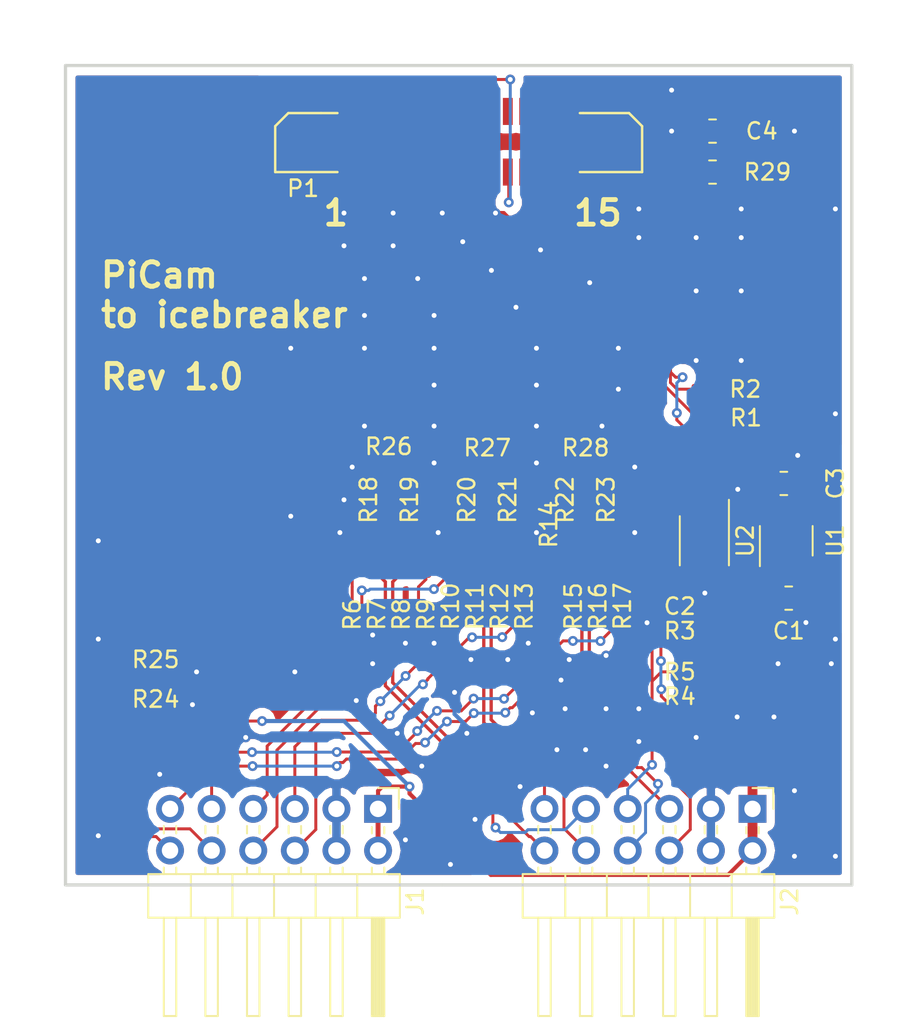
<source format=kicad_pcb>
(kicad_pcb (version 20171130) (host pcbnew 5.0.0)
  (layers (0 F.Cu signal) (1 In1.Cu signal) (2 In2.Cu signal) (31 B.Cu signal) (34 B.Paste user) (35 F.Paste user) (36 B.SilkS user) (37 F.SilkS user) (38 B.Mask user) (39 F.Mask user) (44 Edge.Cuts user))
  (net 0 "")
  (net 1 +3V3)
  (net 2 /LPDREF)
  (net 3 "Net-(C4-Pad1)")
  (net 4 GND)
  (net 5 +1V8)
  (net 6 /CAM_SCL)
  (net 7 /CAM_SDA)
  (net 8 "Net-(C2-Pad1)")
  (net 9 /FPGA_SCL)
  (net 10 /FPGA_SDA)
  (net 11 /LPD0-)
  (net 12 /HSD0-)
  (net 13 /HSD0+)
  (net 14 /LPD1-)
  (net 15 /HSD1+)
  (net 16 /LPD0+)
  (net 17 /LPCLK+)
  (net 18 /HSCLK+)
  (net 19 /HSCLK-)
  (net 20 /LPCLK-)
  (net 21 /LPD1+)
  (net 22 /HSD1-)
  (net 23 "Net-(U1-Pad4)")
  (net 24 /CAM_ENABLE)
  (net 25 "Net-(P1-Pad30)")
  (net 26 "Net-(P1-Pad29)")
  (net 27 "Net-(P1-Pad28)")
  (net 28 "Net-(P1-Pad27)")
  (net 29 "Net-(P1-Pad26)")
  (net 30 "Net-(P1-Pad25)")
  (net 31 "Net-(P1-Pad24)")
  (net 32 "Net-(P1-Pad23)")
  (net 33 "Net-(P1-Pad22)")
  (net 34 "Net-(P1-Pad21)")
  (net 35 "Net-(P1-Pad20)")
  (net 36 "Net-(P1-Pad19)")
  (net 37 "Net-(P1-Pad18)")
  (net 38 "Net-(P1-Pad17)")
  (net 39 "Net-(P1-Pad16)")
  (net 40 "Net-(P1-Pad12)")
  (net 41 /CD0+)
  (net 42 /CCLK-)
  (net 43 /CCLK+)
  (net 44 /CD1+)
  (net 45 /CD1-)
  (net 46 /CD0-)
  (module Resistor_SMD:R_0805_2012Metric (layer F.Cu) (at 152.5 47.5)
    (fp_text reference R29 (at 3.35 0) (layer F.SilkS))
    (fp_text value 0R)
    (pad 1 smd roundrect (at -0.85 0) (size 1.15 1.4) (layers F.Cu F.Paste F.Mask) (roundrect_rratio 0.217391) (net 3 "Net-(C4-Pad1)"))
    (pad 2 smd roundrect (at 0.85 0) (size 1.15 1.4) (layers F.Cu F.Paste F.Mask) (roundrect_rratio 0.217391) (net 1 +3V3))
  )
  (module Capacitor_SMD:C_0402_1005Metric (layer F.Cu) (at 152.48 74 180)
    (fp_text reference C2 (at 1.98 0 180) (layer F.SilkS))
    (fp_text value 100p)
    (pad 1 smd roundrect (at -0.48 0 180) (size 0.6 0.64) (layers F.Cu F.Paste F.Mask) (net 8 "Net-(C2-Pad1)"))
    (pad 2 smd roundrect (at 0.48 0 180) (size 0.6 0.64) (layers F.Cu F.Paste F.Mask) (net 4 GND))
  )
  (module Capacitor_SMD:C_0805_2012Metric (layer F.Cu) (at 157.15 73.5)
    (fp_text reference C1 (at 0 2) (layer F.SilkS))
    (fp_text value 1µ)
    (pad 1 smd roundrect (at -0.85 0) (size 1.15 1.4) (layers F.Cu F.Paste F.Mask) (roundrect_rratio 0.217391) (net 1 +3V3))
    (pad 2 smd roundrect (at 0.85 0) (size 1.15 1.4) (layers F.Cu F.Paste F.Mask) (roundrect_rratio 0.217391) (net 4 GND))
  )
  (module Capacitor_SMD:C_0805_2012Metric (layer F.Cu) (at 156.85 66.5)
    (fp_text reference C3 (at 3.15 0 90) (layer F.SilkS))
    (fp_text value 1µ)
    (pad 2 smd roundrect (at 0.85 0) (size 1.15 1.4) (layers F.Cu F.Paste F.Mask) (roundrect_rratio 0.217391) (net 4 GND))
    (pad 1 smd roundrect (at -0.85 0) (size 1.15 1.4) (layers F.Cu F.Paste F.Mask) (roundrect_rratio 0.217391) (net 5 +1V8))
  )
  (module Capacitor_SMD:C_0805_2012Metric (layer F.Cu) (at 152.5 45)
    (fp_text reference C4 (at 3 0) (layer F.SilkS))
    (fp_text value 10µ)
    (pad 1 smd roundrect (at -0.85 0) (size 1.15 1.4) (layers F.Cu F.Paste F.Mask) (roundrect_rratio 0.217391) (net 3 "Net-(C4-Pad1)"))
    (pad 2 smd roundrect (at 0.85 0) (size 1.15 1.4) (layers F.Cu F.Paste F.Mask) (roundrect_rratio 0.217391) (net 4 GND))
  )
  (module "Custom Parts:1-1734248-5" (layer F.Cu) (at 137 47.5 180)
    (fp_text reference P1 (at 9.5 -1 180) (layer F.SilkS))
    (fp_text value PICAM)
    (pad 30 smd rect (at 7 3.7 180) (size 0.6 1.65) (layers F.Cu F.Paste F.Mask) (net 25 "Net-(P1-Pad30)"))
    (pad 29 smd rect (at 6 3.7 180) (size 0.6 1.65) (layers F.Cu F.Paste F.Mask) (net 26 "Net-(P1-Pad29)"))
    (pad 28 smd rect (at 5 3.7 180) (size 0.6 1.65) (layers F.Cu F.Paste F.Mask) (net 27 "Net-(P1-Pad28)"))
    (pad 27 smd rect (at 4 3.7 180) (size 0.6 1.65) (layers F.Cu F.Paste F.Mask) (net 28 "Net-(P1-Pad27)"))
    (pad 26 smd rect (at 3 3.7 180) (size 0.6 1.65) (layers F.Cu F.Paste F.Mask) (net 29 "Net-(P1-Pad26)"))
    (pad 25 smd rect (at 2 3.7 180) (size 0.6 1.65) (layers F.Cu F.Paste F.Mask) (net 30 "Net-(P1-Pad25)"))
    (pad 24 smd rect (at 1 3.7 180) (size 0.6 1.65) (layers F.Cu F.Paste F.Mask) (net 31 "Net-(P1-Pad24)"))
    (pad 23 smd rect (at 0 3.7 180) (size 0.6 1.65) (layers F.Cu F.Paste F.Mask) (net 32 "Net-(P1-Pad23)"))
    (pad 22 smd rect (at -1 3.7 180) (size 0.6 1.65) (layers F.Cu F.Paste F.Mask) (net 33 "Net-(P1-Pad22)"))
    (pad 21 smd rect (at -2 3.7 180) (size 0.6 1.65) (layers F.Cu F.Paste F.Mask) (net 34 "Net-(P1-Pad21)"))
    (pad 20 smd rect (at -3 3.7 180) (size 0.6 1.65) (layers F.Cu F.Paste F.Mask) (net 35 "Net-(P1-Pad20)"))
    (pad 19 smd rect (at -4 3.7 180) (size 0.6 1.65) (layers F.Cu F.Paste F.Mask) (net 36 "Net-(P1-Pad19)"))
    (pad 18 smd rect (at -5 3.7 180) (size 0.6 1.65) (layers F.Cu F.Paste F.Mask) (net 37 "Net-(P1-Pad18)"))
    (pad 17 smd rect (at -6 3.7 180) (size 0.6 1.65) (layers F.Cu F.Paste F.Mask) (net 38 "Net-(P1-Pad17)"))
    (pad 16 smd rect (at -7 3.7 180) (size 0.6 1.65) (layers F.Cu F.Paste F.Mask) (net 39 "Net-(P1-Pad16)"))
    (pad 15 smd rect (at -7 0 180) (size 0.6 1.65) (layers F.Cu F.Paste F.Mask) (net 3 "Net-(C4-Pad1)"))
    (pad 14 smd rect (at -6 0 180) (size 0.6 1.65) (layers F.Cu F.Paste F.Mask) (net 7 /CAM_SDA))
    (pad 13 smd rect (at -5 0 180) (size 0.6 1.65) (layers F.Cu F.Paste F.Mask) (net 6 /CAM_SCL))
    (pad 12 smd rect (at -4 0 180) (size 0.6 1.65) (layers F.Cu F.Paste F.Mask) (net 40 "Net-(P1-Pad12)"))
    (pad 11 smd rect (at -3 0 180) (size 0.6 1.65) (layers F.Cu F.Paste F.Mask) (net 24 /CAM_ENABLE))
    (pad 10 smd rect (at -2 0 180) (size 0.6 1.65) (layers F.Cu F.Paste F.Mask) (net 4 GND))
    (pad 9 smd rect (at -1 0 180) (size 0.6 1.65) (layers F.Cu F.Paste F.Mask) (net 43 /CCLK+))
    (pad 8 smd rect (at 0 0 180) (size 0.6 1.65) (layers F.Cu F.Paste F.Mask) (net 42 /CCLK-))
    (pad 7 smd rect (at 1 0 180) (size 0.6 1.65) (layers F.Cu F.Paste F.Mask) (net 4 GND))
    (pad 6 smd rect (at 2 0 180) (size 0.6 1.65) (layers F.Cu F.Paste F.Mask) (net 44 /CD1+))
    (pad 5 smd rect (at 3 0 180) (size 0.6 1.65) (layers F.Cu F.Paste F.Mask) (net 45 /CD1-))
    (pad 4 smd rect (at 4 0 180) (size 0.6 1.65) (layers F.Cu F.Paste F.Mask) (net 4 GND))
    (pad 3 smd rect (at 5 0 180) (size 0.6 1.65) (layers F.Cu F.Paste F.Mask) (net 41 /CD0+))
    (pad 2 smd rect (at 6 0 180) (size 0.6 1.65) (layers F.Cu F.Paste F.Mask) (net 46 /CD0-))
    (pad 1 smd rect (at 7 0 180) (size 0.6 1.65) (layers F.Cu F.Paste F.Mask) (net 4 GND))
  )
  (module "Custom Parts:PMOD_2x06_2.54mm" (layer F.Cu) (at 132.08 86.36 270)
    (fp_text reference J1 (at 5.655 -2.27 270) (layer F.SilkS))
    (fp_text value PMOD_1A)
    (pad 6 thru_hole rect (at 0 0 270) (size 1.7 1.7) (drill 1) (layers *.Cu *.Mask) (net 1 +3V3))
    (pad 12 thru_hole oval (at 2.54 0 270) (size 1.7 1.7) (drill 1) (layers *.Cu *.Mask) (net 1 +3V3))
    (pad 5 thru_hole oval (at 0 2.54 270) (size 1.7 1.7) (drill 1) (layers *.Cu *.Mask) (net 4 GND))
    (pad 11 thru_hole oval (at 2.54 2.54 270) (size 1.7 1.7) (drill 1) (layers *.Cu *.Mask) (net 4 GND))
    (pad 4 thru_hole oval (at 0 5.08 270) (size 1.7 1.7) (drill 1) (layers *.Cu *.Mask) (net 16 /LPD0+))
    (pad 10 thru_hole oval (at 2.54 5.08 270) (size 1.7 1.7) (drill 1) (layers *.Cu *.Mask) (net 21 /LPD1+))
    (pad 3 thru_hole oval (at 0 7.62 270) (size 1.7 1.7) (drill 1) (layers *.Cu *.Mask) (net 11 /LPD0-))
    (pad 9 thru_hole oval (at 2.54 7.62 270) (size 1.7 1.7) (drill 1) (layers *.Cu *.Mask) (net 14 /LPD1-))
    (pad 2 thru_hole oval (at 0 10.16 270) (size 1.7 1.7) (drill 1) (layers *.Cu *.Mask) (net 17 /LPCLK+))
    (pad 8 thru_hole oval (at 2.54 10.16 270) (size 1.7 1.7) (drill 1) (layers *.Cu *.Mask) (net 2 /LPDREF))
    (pad 1 thru_hole oval (at 0 12.7 270) (size 1.7 1.7) (drill 1) (layers *.Cu *.Mask) (net 20 /LPCLK-))
    (pad 7 thru_hole oval (at 2.54 12.7 270) (size 1.7 1.7) (drill 1) (layers *.Cu *.Mask) (net 24 /CAM_ENABLE))
  )
  (module "Custom Parts:PMOD_2x06_2.54mm" (layer F.Cu) (at 154.94 86.36 270)
    (fp_text reference J2 (at 5.655 -2.27 270) (layer F.SilkS))
    (fp_text value PMOD_1B)
    (pad 7 thru_hole oval (at 2.54 12.7 270) (size 1.7 1.7) (drill 1) (layers *.Cu *.Mask) (net 13 /HSD0+))
    (pad 1 thru_hole oval (at 0 12.7 270) (size 1.7 1.7) (drill 1) (layers *.Cu *.Mask) (net 22 /HSD1-))
    (pad 8 thru_hole oval (at 2.54 10.16 270) (size 1.7 1.7) (drill 1) (layers *.Cu *.Mask) (net 15 /HSD1+))
    (pad 2 thru_hole oval (at 0 10.16 270) (size 1.7 1.7) (drill 1) (layers *.Cu *.Mask) (net 12 /HSD0-))
    (pad 9 thru_hole oval (at 2.54 7.62 270) (size 1.7 1.7) (drill 1) (layers *.Cu *.Mask) (net 18 /HSCLK+))
    (pad 3 thru_hole oval (at 0 7.62 270) (size 1.7 1.7) (drill 1) (layers *.Cu *.Mask) (net 10 /FPGA_SDA))
    (pad 10 thru_hole oval (at 2.54 5.08 270) (size 1.7 1.7) (drill 1) (layers *.Cu *.Mask) (net 9 /FPGA_SCL))
    (pad 4 thru_hole oval (at 0 5.08 270) (size 1.7 1.7) (drill 1) (layers *.Cu *.Mask) (net 19 /HSCLK-))
    (pad 11 thru_hole oval (at 2.54 2.54 270) (size 1.7 1.7) (drill 1) (layers *.Cu *.Mask) (net 4 GND))
    (pad 5 thru_hole oval (at 0 2.54 270) (size 1.7 1.7) (drill 1) (layers *.Cu *.Mask) (net 4 GND))
    (pad 12 thru_hole oval (at 2.54 0 270) (size 1.7 1.7) (drill 1) (layers *.Cu *.Mask) (net 1 +3V3))
    (pad 6 thru_hole rect (at 0 0 270) (size 1.7 1.7) (drill 1) (layers *.Cu *.Mask) (net 1 +3V3))
  )
  (module Package_SO:SSOP-8_2.95x2.8mm_P0.65mm (layer F.Cu) (at 152 70 270)
    (fp_text reference U2 (at 0 -2.5 270) (layer F.SilkS))
    (fp_text value PCA9306)
    (pad 1 smd rect (at -1.7 -0.975 180) (size 0.3 1.6) (layers F.Cu F.Paste F.Mask) (net 4 GND))
    (pad 2 smd rect (at -1.7 -0.325 180) (size 0.3 1.6) (layers F.Cu F.Paste F.Mask) (net 5 +1V8))
    (pad 3 smd rect (at -1.7 0.325 180) (size 0.3 1.6) (layers F.Cu F.Paste F.Mask) (net 6 /CAM_SCL))
    (pad 4 smd rect (at -1.7 0.975 180) (size 0.3 1.6) (layers F.Cu F.Paste F.Mask) (net 7 /CAM_SDA))
    (pad 5 smd rect (at 1.7 0.975 180) (size 0.3 1.6) (layers F.Cu F.Paste F.Mask) (net 10 /FPGA_SDA))
    (pad 6 smd rect (at 1.7 0.325 180) (size 0.3 1.6) (layers F.Cu F.Paste F.Mask) (net 9 /FPGA_SCL))
    (pad 7 smd rect (at 1.7 -0.325 180) (size 0.3 1.6) (layers F.Cu F.Paste F.Mask) (net 8 "Net-(C2-Pad1)"))
    (pad 8 smd rect (at 1.7 -0.975 180) (size 0.3 1.6) (layers F.Cu F.Paste F.Mask) (net 8 "Net-(C2-Pad1)"))
  )
  (module Package_TO_SOT_SMD:SOT-23-5 (layer F.Cu) (at 157 70 90)
    (fp_text reference U1 (at 0 3 90) (layer F.SilkS))
    (fp_text value LD3985M18R_SOT23)
    (pad 1 smd rect (at -1.1 -0.95 90) (size 1.06 0.65) (layers F.Cu F.Paste F.Mask) (net 1 +3V3))
    (pad 2 smd rect (at -1.1 0 90) (size 1.06 0.65) (layers F.Cu F.Paste F.Mask) (net 4 GND))
    (pad 3 smd rect (at -1.1 0.95 90) (size 1.06 0.65) (layers F.Cu F.Paste F.Mask) (net 1 +3V3))
    (pad 4 smd rect (at 1.1 0.95 90) (size 1.06 0.65) (layers F.Cu F.Paste F.Mask) (net 23 "Net-(U1-Pad4)"))
    (pad 5 smd rect (at 1.1 -0.95 90) (size 1.06 0.65) (layers F.Cu F.Paste F.Mask) (net 5 +1V8))
  )
  (module Resistor_SMD:R_0402_1005Metric (layer F.Cu) (at 138 71.5 270)
    (fp_text reference R11 (at 2.5 0 270) (layer F.SilkS))
    (fp_text value 0)
    (pad 1 smd roundrect (at -0.48 0 270) (size 0.6 0.64) (layers F.Cu F.Paste F.Mask) (net 45 /CD1-))
    (pad 2 smd roundrect (at 0.48 0 270) (size 0.6 0.64) (layers F.Cu F.Paste F.Mask) (net 22 /HSD1-))
  )
  (module Resistor_SMD:R_0402_1005Metric (layer F.Cu) (at 141 71.5 90)
    (fp_text reference R13 (at -2.5 0 90) (layer F.SilkS))
    (fp_text value DNP)
    (pad 2 smd roundrect (at 0.48 0 90) (size 0.6 0.64) (layers F.Cu F.Paste F.Mask) (net 44 /CD1+))
    (pad 1 smd roundrect (at -0.48 0 90) (size 0.6 0.64) (layers F.Cu F.Paste F.Mask) (net 21 /LPD1+))
  )
  (module Resistor_SMD:R_0402_1005Metric (layer F.Cu) (at 142.5 71.5 270)
    (fp_text reference R14 (at -2.5 0 270) (layer F.SilkS))
    (fp_text value DNP)
    (pad 1 smd roundrect (at -0.48 0 270) (size 0.6 0.64) (layers F.Cu F.Paste F.Mask) (net 42 /CCLK-))
    (pad 2 smd roundrect (at 0.48 0 270) (size 0.6 0.64) (layers F.Cu F.Paste F.Mask) (net 20 /LPCLK-))
  )
  (module Resistor_SMD:R_0402_1005Metric (layer F.Cu) (at 144 71.5 270)
    (fp_text reference R15 (at 2.5 0 270) (layer F.SilkS))
    (fp_text value 0)
    (pad 2 smd roundrect (at 0.48 0 270) (size 0.6 0.64) (layers F.Cu F.Paste F.Mask) (net 19 /HSCLK-))
    (pad 1 smd roundrect (at -0.48 0 270) (size 0.6 0.64) (layers F.Cu F.Paste F.Mask) (net 42 /CCLK-))
  )
  (module Resistor_SMD:R_0402_1005Metric (layer F.Cu) (at 145.5 71.5 270)
    (fp_text reference R16 (at 2.5 0 270) (layer F.SilkS))
    (fp_text value 0)
    (pad 1 smd roundrect (at -0.48 0 270) (size 0.6 0.64) (layers F.Cu F.Paste F.Mask) (net 43 /CCLK+))
    (pad 2 smd roundrect (at 0.48 0 270) (size 0.6 0.64) (layers F.Cu F.Paste F.Mask) (net 18 /HSCLK+))
  )
  (module Resistor_SMD:R_0402_1005Metric (layer F.Cu) (at 147 71.5 90)
    (fp_text reference R17 (at -2.5 0 90) (layer F.SilkS))
    (fp_text value DNP)
    (pad 2 smd roundrect (at 0.48 0 90) (size 0.6 0.64) (layers F.Cu F.Paste F.Mask) (net 43 /CCLK+))
    (pad 1 smd roundrect (at -0.48 0 90) (size 0.6 0.64) (layers F.Cu F.Paste F.Mask) (net 17 /LPCLK+))
  )
  (module Resistor_SMD:R_0402_1005Metric (layer F.Cu) (at 131.52 69.5)
    (fp_text reference R18 (at -0.02 -2 90) (layer F.SilkS))
    (fp_text value DNP)
    (pad 1 smd roundrect (at -0.48 0) (size 0.6 0.64) (layers F.Cu F.Paste F.Mask) (net 4 GND))
    (pad 2 smd roundrect (at 0.48 0) (size 0.6 0.64) (layers F.Cu F.Paste F.Mask) (net 46 /CD0-))
  )
  (module Resistor_SMD:R_0402_1005Metric (layer F.Cu) (at 133.98 69.5)
    (fp_text reference R19 (at 0.02 -2 90) (layer F.SilkS))
    (fp_text value DNP)
    (pad 2 smd roundrect (at 0.48 0) (size 0.6 0.64) (layers F.Cu F.Paste F.Mask) (net 4 GND))
    (pad 1 smd roundrect (at -0.48 0) (size 0.6 0.64) (layers F.Cu F.Paste F.Mask) (net 41 /CD0+))
  )
  (module Resistor_SMD:R_0402_1005Metric (layer F.Cu) (at 137.52 69.5)
    (fp_text reference R20 (at -0.02 -2 90) (layer F.SilkS))
    (fp_text value DNP)
    (pad 1 smd roundrect (at -0.48 0) (size 0.6 0.64) (layers F.Cu F.Paste F.Mask) (net 4 GND))
    (pad 2 smd roundrect (at 0.48 0) (size 0.6 0.64) (layers F.Cu F.Paste F.Mask) (net 45 /CD1-))
  )
  (module Resistor_SMD:R_0402_1005Metric (layer F.Cu) (at 139.98 69.5)
    (fp_text reference R21 (at 0.02 -2 90) (layer F.SilkS))
    (fp_text value DNP)
    (pad 2 smd roundrect (at 0.48 0) (size 0.6 0.64) (layers F.Cu F.Paste F.Mask) (net 4 GND))
    (pad 1 smd roundrect (at -0.48 0) (size 0.6 0.64) (layers F.Cu F.Paste F.Mask) (net 44 /CD1+))
  )
  (module Resistor_SMD:R_0402_1005Metric (layer F.Cu) (at 143.52 69.5)
    (fp_text reference R22 (at -0.02 -2 90) (layer F.SilkS))
    (fp_text value DNP)
    (pad 1 smd roundrect (at -0.48 0) (size 0.6 0.64) (layers F.Cu F.Paste F.Mask) (net 4 GND))
    (pad 2 smd roundrect (at 0.48 0) (size 0.6 0.64) (layers F.Cu F.Paste F.Mask) (net 42 /CCLK-))
  )
  (module Resistor_SMD:R_0402_1005Metric (layer F.Cu) (at 146 69.5)
    (fp_text reference R23 (at 0 -2 90) (layer F.SilkS))
    (fp_text value DNP)
    (pad 2 smd roundrect (at 0.48 0) (size 0.6 0.64) (layers F.Cu F.Paste F.Mask) (net 4 GND))
    (pad 1 smd roundrect (at -0.48 0) (size 0.6 0.64) (layers F.Cu F.Paste F.Mask) (net 43 /CCLK+))
  )
  (module Resistor_SMD:R_0402_1005Metric (layer F.Cu) (at 135 71.48 90)
    (fp_text reference R9 (at -3.02 0 90) (layer F.SilkS))
    (fp_text value 220)
    (pad 1 smd roundrect (at -0.48 0 90) (size 0.6 0.64) (layers F.Cu F.Paste F.Mask) (net 16 /LPD0+))
    (pad 2 smd roundrect (at 0.48 0 90) (size 0.6 0.64) (layers F.Cu F.Paste F.Mask) (net 41 /CD0+))
  )
  (module Resistor_SMD:R_0402_1005Metric (layer F.Cu) (at 139.5 71.52 270)
    (fp_text reference R12 (at 2.48 0 270) (layer F.SilkS))
    (fp_text value 0)
    (pad 2 smd roundrect (at 0.48 0 270) (size 0.6 0.64) (layers F.Cu F.Paste F.Mask) (net 15 /HSD1+))
    (pad 1 smd roundrect (at -0.48 0 270) (size 0.6 0.64) (layers F.Cu F.Paste F.Mask) (net 44 /CD1+))
  )
  (module Resistor_SMD:R_0402_1005Metric (layer F.Cu) (at 136.5 71.5 270)
    (fp_text reference R10 (at 2.5 0 270) (layer F.SilkS))
    (fp_text value DNP)
    (pad 1 smd roundrect (at -0.48 0 270) (size 0.6 0.64) (layers F.Cu F.Paste F.Mask) (net 45 /CD1-))
    (pad 2 smd roundrect (at 0.48 0 270) (size 0.6 0.64) (layers F.Cu F.Paste F.Mask) (net 14 /LPD1-))
  )
  (module Resistor_SMD:R_0402_1005Metric (layer F.Cu) (at 133.5 71.5 270)
    (fp_text reference R8 (at 3 0 270) (layer F.SilkS))
    (fp_text value 0)
    (pad 2 smd roundrect (at 0.48 0 270) (size 0.6 0.64) (layers F.Cu F.Paste F.Mask) (net 13 /HSD0+))
    (pad 1 smd roundrect (at -0.48 0 270) (size 0.6 0.64) (layers F.Cu F.Paste F.Mask) (net 41 /CD0+))
  )
  (module Resistor_SMD:R_0402_1005Metric (layer F.Cu) (at 132 71.5 270)
    (fp_text reference R7 (at 3 0 270) (layer F.SilkS))
    (fp_text value 0)
    (pad 1 smd roundrect (at -0.48 0 270) (size 0.6 0.64) (layers F.Cu F.Paste F.Mask) (net 46 /CD0-))
    (pad 2 smd roundrect (at 0.48 0 270) (size 0.6 0.64) (layers F.Cu F.Paste F.Mask) (net 12 /HSD0-))
  )
  (module Resistor_SMD:R_0402_1005Metric (layer F.Cu) (at 130.5 71.5 270)
    (fp_text reference R6 (at 3 0 270) (layer F.SilkS))
    (fp_text value DNP)
    (pad 2 smd roundrect (at 0.48 0 270) (size 0.6 0.64) (layers F.Cu F.Paste F.Mask) (net 11 /LPD0-))
    (pad 1 smd roundrect (at -0.48 0 270) (size 0.6 0.64) (layers F.Cu F.Paste F.Mask) (net 46 /CD0-))
  )
  (module Resistor_SMD:R_0402_1005Metric (layer F.Cu) (at 152.48 78 180)
    (fp_text reference R5 (at 1.98 0 180) (layer F.SilkS))
    (fp_text value 10k)
    (pad 1 smd roundrect (at -0.48 0 180) (size 0.6 0.64) (layers F.Cu F.Paste F.Mask) (net 1 +3V3))
    (pad 2 smd roundrect (at 0.48 0 180) (size 0.6 0.64) (layers F.Cu F.Paste F.Mask) (net 10 /FPGA_SDA))
  )
  (module Resistor_SMD:R_0402_1005Metric (layer F.Cu) (at 152.48 79.5 180)
    (fp_text reference R4 (at 1.98 0 180) (layer F.SilkS))
    (fp_text value 10k)
    (pad 2 smd roundrect (at 0.48 0 180) (size 0.6 0.64) (layers F.Cu F.Paste F.Mask) (net 9 /FPGA_SCL))
    (pad 1 smd roundrect (at -0.48 0 180) (size 0.6 0.64) (layers F.Cu F.Paste F.Mask) (net 1 +3V3))
  )
  (module Resistor_SMD:R_0402_1005Metric (layer F.Cu) (at 152.5 75.5)
    (fp_text reference R3 (at -2 0) (layer F.SilkS))
    (fp_text value 200k)
    (pad 1 smd roundrect (at -0.48 0) (size 0.6 0.64) (layers F.Cu F.Paste F.Mask) (net 1 +3V3))
    (pad 2 smd roundrect (at 0.48 0) (size 0.6 0.64) (layers F.Cu F.Paste F.Mask) (net 8 "Net-(C2-Pad1)"))
  )
  (module Resistor_SMD:R_0402_1005Metric (layer F.Cu) (at 152 60.75 180)
    (fp_text reference R2 (at -2.5 0 180) (layer F.SilkS))
    (fp_text value 10k)
    (pad 2 smd roundrect (at 0.48 0 180) (size 0.6 0.64) (layers F.Cu F.Paste F.Mask) (net 7 /CAM_SDA))
    (pad 1 smd roundrect (at -0.48 0 180) (size 0.6 0.64) (layers F.Cu F.Paste F.Mask) (net 5 +1V8))
  )
  (module Resistor_SMD:R_0402_1005Metric (layer F.Cu) (at 152.02 62.5 180)
    (fp_text reference R1 (at -2.52 0 180) (layer F.SilkS))
    (fp_text value 10k)
    (pad 1 smd roundrect (at -0.48 0 180) (size 0.6 0.64) (layers F.Cu F.Paste F.Mask) (net 5 +1V8))
    (pad 2 smd roundrect (at 0.48 0 180) (size 0.6 0.64) (layers F.Cu F.Paste F.Mask) (net 6 /CAM_SCL))
  )
  (module Resistor_SMD:R_0402_1005Metric (layer F.Cu) (at 118.5 76)
    (fp_text reference R25 (at 0 1.25) (layer F.SilkS))
    (fp_text value 10k)
    (pad 2 smd roundrect (at 0.48 0) (size 0.6 0.64) (layers F.Cu F.Paste F.Mask) (net 4 GND))
    (pad 1 smd roundrect (at -0.48 0) (size 0.6 0.64) (layers F.Cu F.Paste F.Mask) (net 2 /LPDREF))
  )
  (module Resistor_SMD:R_0402_1005Metric (layer F.Cu) (at 132.75 65.5)
    (fp_text reference R26 (at -0.02 -1.25 180) (layer F.SilkS))
    (fp_text value 100)
    (pad 1 smd roundrect (at -0.48 0) (size 0.6 0.64) (layers F.Cu F.Paste F.Mask) (net 46 /CD0-))
    (pad 2 smd roundrect (at 0.48 0) (size 0.6 0.64) (layers F.Cu F.Paste F.Mask) (net 41 /CD0+))
  )
  (module Resistor_SMD:R_0402_1005Metric (layer F.Cu) (at 138.75 65.5)
    (fp_text reference R27 (at 0 -1.17) (layer F.SilkS))
    (fp_text value 100)
    (pad 2 smd roundrect (at 0.48 0) (size 0.6 0.64) (layers F.Cu F.Paste F.Mask) (net 44 /CD1+))
    (pad 1 smd roundrect (at -0.48 0) (size 0.6 0.64) (layers F.Cu F.Paste F.Mask) (net 45 /CD1-))
  )
  (module Resistor_SMD:R_0402_1005Metric (layer F.Cu) (at 144.75 65.5)
    (fp_text reference R28 (at 0 -1.17) (layer F.SilkS))
    (fp_text value 100)
    (pad 1 smd roundrect (at -0.48 0) (size 0.6 0.64) (layers F.Cu F.Paste F.Mask) (net 42 /CCLK-))
    (pad 2 smd roundrect (at 0.48 0) (size 0.6 0.64) (layers F.Cu F.Paste F.Mask) (net 43 /CCLK+))
  )
  (module Resistor_SMD:R_0402_1005Metric (layer F.Cu) (at 118.5 78.5 180)
    (fp_text reference R24 (at 0 -1.17 180) (layer F.SilkS))
    (fp_text value 33k)
    (pad 1 smd roundrect (at -0.48 0 180) (size 0.6 0.64) (layers F.Cu F.Paste F.Mask) (net 1 +3V3))
    (pad 2 smd roundrect (at 0.48 0 180) (size 0.6 0.64) (layers F.Cu F.Paste F.Mask) (net 2 /LPDREF))
  )
  (gr_text "Rev 1.0" (at 115 60) (layer F.SilkS) (effects (font (size 1.5 1.5) (thickness 0.3)) (justify left)))
  (gr_text "PiCam\nto icebreaker" (at 115 55) (layer F.SilkS) (effects (font (size 1.5 1.5) (thickness 0.3)) (justify left)))
  (gr_text 15 (at 145.5 50) (layer F.SilkS) (effects (font (size 1.5 1.5) (thickness 0.3))))
  (gr_text 1 (at 129.5 50) (layer F.SilkS) (effects (font (size 1.5 1.5) (thickness 0.3))))
  (gr_line (start 161 84) (end 161 41) (layer Edge.Cuts) (width 0.2))
  (gr_line (start 161 84) (end 161 91) (layer Edge.Cuts) (width 0.2))
  (gr_line (start 136 91) (end 161 91) (layer Edge.Cuts) (width 0.2))
  (gr_line (start 113 41) (end 161 41) (layer Edge.Cuts) (width 0.2))
  (gr_line (start 113 91) (end 113 41) (layer Edge.Cuts) (width 0.2))
  (gr_line (start 136 91) (end 113 91) (layer Edge.Cuts) (width 0.2))
  (segment (start 156.05 73.25) (end 156.3 73.5) (width 0.3) (layer F.Cu) (net 1))
  (segment (start 156.05 71.1) (end 156.05 73.25) (width 0.3) (layer F.Cu) (net 1))
  (segment (start 132.08 88.9) (end 132.08 85.97) (width 0.3) (layer F.Cu) (net 1))
  (segment (start 154.94 88.9) (end 154.94 86.36) (width 0.6) (layer F.Cu) (net 1))
  (segment (start 154.94 84.37) (end 154.94 86.36) (width 0.6) (layer F.Cu) (net 1))
  (segment (start 152.96 82.39) (end 154.94 84.37) (width 0.6) (layer F.Cu) (net 1))
  (segment (start 152.96 82.39) (end 152.96 79.5) (width 0.6) (layer F.Cu) (net 1))
  (segment (start 152.96 79.5) (end 152.96 78) (width 0.4) (layer F.Cu) (net 1))
  (segment (start 152.02 76.64) (end 152.02 75.92) (width 0.4) (layer F.Cu) (net 1))
  (segment (start 152.96 77.58) (end 152.02 76.64) (width 0.4) (layer F.Cu) (net 1))
  (segment (start 152.02 75.92) (end 152.02 75.5) (width 0.4) (layer F.Cu) (net 1))
  (segment (start 152.96 78) (end 152.96 77.58) (width 0.4) (layer F.Cu) (net 1))
  (segment (start 154.94 84.37) (end 154.94 77.66) (width 0.6) (layer F.Cu) (net 1))
  (segment (start 156.3 76.3) (end 156.3 73.5) (width 0.6) (layer F.Cu) (net 1))
  (segment (start 154.94 77.66) (end 156.3 76.3) (width 0.6) (layer F.Cu) (net 1))
  (segment (start 156.3 76.3) (end 158.29 76.3) (width 0.6) (layer F.Cu) (net 1))
  (segment (start 158.29 76.3) (end 159.81 74.78) (width 0.6) (layer F.Cu) (net 1))
  (segment (start 159.81 74.78) (end 159.81 64.98) (width 0.6) (layer F.Cu) (net 1))
  (segment (start 159.81 64.98) (end 156.15 61.32) (width 0.6) (layer F.Cu) (net 1))
  (segment (start 156.15 61.32) (end 156.15 50.3) (width 0.6) (layer F.Cu) (net 1))
  (segment (start 153.35 47.5) (end 155 47.5) (width 0.6) (layer F.Cu) (net 1))
  (segment (start 156.15 48.65) (end 156.15 50.3) (width 0.6) (layer F.Cu) (net 1))
  (segment (start 155 47.5) (end 156.15 48.65) (width 0.6) (layer F.Cu) (net 1))
  (segment (start 156.05 70.17) (end 156.14 70.08) (width 0.4) (layer F.Cu) (net 1))
  (segment (start 156.05 71.1) (end 156.05 70.17) (width 0.4) (layer F.Cu) (net 1))
  (segment (start 157.95 70.17) (end 157.95 71.1) (width 0.4) (layer F.Cu) (net 1))
  (segment (start 157.86 70.08) (end 157.95 70.17) (width 0.4) (layer F.Cu) (net 1))
  (segment (start 156.14 70.08) (end 157.86 70.08) (width 0.4) (layer F.Cu) (net 1))
  (segment (start 132.08 85.26) (end 132.34 85) (width 0.25) (layer F.Cu) (net 1))
  (segment (start 132.08 86.36) (end 132.08 85.26) (width 0.25) (layer F.Cu) (net 1))
  (via (at 134 85) (size 0.6) (drill 0.3) (layers F.Cu B.Cu) (net 1))
  (segment (start 132.34 85) (end 134 85) (width 0.25) (layer F.Cu) (net 1))
  (segment (start 134 85) (end 131 82) (width 0.25) (layer B.Cu) (net 1))
  (segment (start 131 82) (end 130 81) (width 0.25) (layer B.Cu) (net 1))
  (segment (start 130 81) (end 125 81) (width 0.25) (layer B.Cu) (net 1))
  (via (at 125 81) (size 0.6) (drill 0.3) (layers F.Cu B.Cu) (net 1))
  (segment (start 118.98 78.5) (end 120.33 78.5) (width 0.18) (layer F.Cu) (net 1))
  (segment (start 122.83 81) (end 125 81) (width 0.18) (layer F.Cu) (net 1))
  (segment (start 120.33 78.5) (end 122.83 81) (width 0.18) (layer F.Cu) (net 1))
  (segment (start 134 85.424264) (end 138.965736 90.39) (width 0.25) (layer F.Cu) (net 1))
  (segment (start 134 85) (end 134 85.424264) (width 0.25) (layer F.Cu) (net 1))
  (segment (start 153.45 90.39) (end 154.94 88.9) (width 0.25) (layer F.Cu) (net 1))
  (segment (start 138.965736 90.39) (end 153.45 90.39) (width 0.25) (layer F.Cu) (net 1))
  (segment (start 118.02 76) (end 118.02 78.5) (width 0.15) (layer F.Cu) (net 2))
  (segment (start 121.92 88.9) (end 120.6 87.58) (width 0.18) (layer F.Cu) (net 2))
  (segment (start 120.6 87.58) (end 118.42 87.58) (width 0.18) (layer F.Cu) (net 2))
  (segment (start 118.42 87.58) (end 117.6 86.76) (width 0.18) (layer F.Cu) (net 2))
  (segment (start 117.6 86.76) (end 117.6 80.58) (width 0.18) (layer F.Cu) (net 2))
  (segment (start 118.02 80.16) (end 118.02 78.5) (width 0.18) (layer F.Cu) (net 2))
  (segment (start 117.6 80.58) (end 118.02 80.16) (width 0.18) (layer F.Cu) (net 2))
  (segment (start 144 48.625) (end 144.475 49.1) (width 0.3) (layer F.Cu) (net 3))
  (segment (start 144 47.5) (end 144 48.625) (width 0.3) (layer F.Cu) (net 3))
  (segment (start 144.475 49.1) (end 144.64 49.1) (width 0.3) (layer F.Cu) (net 3))
  (segment (start 144.64 49.1) (end 145.28 49.1) (width 0.3) (layer F.Cu) (net 3))
  (segment (start 146.88 47.5) (end 145.85 48.53) (width 0.6) (layer F.Cu) (net 3))
  (segment (start 151.65 47.5) (end 146.88 47.5) (width 0.6) (layer F.Cu) (net 3))
  (segment (start 145.28 49.1) (end 145.85 48.53) (width 0.3) (layer F.Cu) (net 3))
  (segment (start 145.85 48.53) (end 146.08 48.3) (width 0.3) (layer F.Cu) (net 3))
  (segment (start 151.65 46.7) (end 151.65 45) (width 0.25) (layer F.Cu) (net 3))
  (segment (start 151.65 47.5) (end 151.65 46.7) (width 0.25) (layer F.Cu) (net 3))
  (segment (start 158 72.7) (end 157.59 72.29) (width 0.4) (layer F.Cu) (net 4))
  (segment (start 158 73.5) (end 158 72.7) (width 0.4) (layer F.Cu) (net 4))
  (segment (start 157.59 72.225002) (end 157.59 72.29) (width 0.4) (layer F.Cu) (net 4))
  (segment (start 157 71.635002) (end 157.59 72.225002) (width 0.4) (layer F.Cu) (net 4))
  (segment (start 157 71.1) (end 157 71.635002) (width 0.4) (layer F.Cu) (net 4))
  (via (at 158.2 74.99) (size 0.6) (drill 0.3) (layers F.Cu B.Cu) (net 4))
  (segment (start 158 73.5) (end 158 74.79) (width 0.4) (layer F.Cu) (net 4))
  (segment (start 158 74.79) (end 158.2 74.99) (width 0.4) (layer F.Cu) (net 4))
  (segment (start 152 74) (end 152 73.22) (width 0.4) (layer F.Cu) (net 4))
  (via (at 152.03 73.19) (size 0.6) (drill 0.3) (layers F.Cu B.Cu) (net 4))
  (segment (start 152 73.22) (end 152.03 73.19) (width 0.4) (layer F.Cu) (net 4))
  (segment (start 157.7 66.5) (end 157.7 65.7) (width 0.4) (layer F.Cu) (net 4))
  (via (at 157.7 64.79) (size 0.6) (drill 0.3) (layers F.Cu B.Cu) (net 4))
  (segment (start 157.7 65.7) (end 157.7 64.79) (width 0.4) (layer F.Cu) (net 4))
  (via (at 154.04 66.86) (size 0.6) (drill 0.3) (layers F.Cu B.Cu) (net 4))
  (segment (start 152.975 68.3) (end 152.975 67.925) (width 0.4) (layer F.Cu) (net 4))
  (segment (start 152.975 67.925) (end 154.04 66.86) (width 0.4) (layer F.Cu) (net 4))
  (segment (start 129.54 88.9) (end 129.54 85.46) (width 0.25) (layer F.Cu) (net 4))
  (via (at 127 78) (size 0.6) (drill 0.3) (layers F.Cu B.Cu) (net 4))
  (via (at 131.75 77.5) (size 0.6) (drill 0.3) (layers F.Cu B.Cu) (net 4))
  (via (at 131.75 75.75) (size 0.6) (drill 0.3) (layers F.Cu B.Cu) (net 4))
  (segment (start 131.75 77.5) (end 131.75 75.75) (width 0.25) (layer F.Cu) (net 4))
  (via (at 130.75 79.75) (size 0.6) (drill 0.3) (layers F.Cu B.Cu) (net 4))
  (segment (start 131.75 77.5) (end 131.75 78.75) (width 0.25) (layer B.Cu) (net 4))
  (segment (start 131.75 78.75) (end 130.75 79.75) (width 0.25) (layer B.Cu) (net 4))
  (via (at 133.25 81.75) (size 0.6) (drill 0.3) (layers F.Cu B.Cu) (net 4))
  (segment (start 130.75 79.75) (end 132.75 81.75) (width 0.25) (layer B.Cu) (net 4))
  (segment (start 132.75 81.75) (end 133.25 81.75) (width 0.25) (layer B.Cu) (net 4))
  (segment (start 133.25 81.75) (end 133.25 82.25) (width 0.25) (layer B.Cu) (net 4))
  (via (at 134.75 83.75) (size 0.6) (drill 0.3) (layers F.Cu B.Cu) (net 4))
  (segment (start 133.25 82.25) (end 134.75 83.75) (width 0.25) (layer B.Cu) (net 4))
  (via (at 138 87) (size 0.6) (drill 0.3) (layers F.Cu B.Cu) (net 4))
  (segment (start 134.75 83.75) (end 138 87) (width 0.25) (layer F.Cu) (net 4))
  (via (at 136.5 89.75) (size 0.6) (drill 0.3) (layers F.Cu B.Cu) (net 4))
  (segment (start 138 87) (end 136.5 88.5) (width 0.25) (layer B.Cu) (net 4))
  (segment (start 136.5 88.5) (end 136.5 89.75) (width 0.25) (layer B.Cu) (net 4))
  (via (at 133.75 88.25) (size 0.6) (drill 0.3) (layers F.Cu B.Cu) (net 4))
  (segment (start 136.5 89.75) (end 135.25 89.75) (width 0.25) (layer F.Cu) (net 4))
  (segment (start 135.25 89.75) (end 133.75 88.25) (width 0.25) (layer F.Cu) (net 4))
  (segment (start 138.299999 86.700001) (end 138.299999 86.450001) (width 0.25) (layer B.Cu) (net 4))
  (segment (start 138 87) (end 138.299999 86.700001) (width 0.25) (layer B.Cu) (net 4))
  (via (at 140.75 85) (size 0.6) (drill 0.3) (layers F.Cu B.Cu) (net 4))
  (segment (start 138.299999 86.450001) (end 139.75 85) (width 0.25) (layer B.Cu) (net 4))
  (segment (start 139.75 85) (end 140.75 85) (width 0.25) (layer B.Cu) (net 4))
  (via (at 137.5 81.75) (size 0.6) (drill 0.3) (layers F.Cu B.Cu) (net 4))
  (segment (start 140.75 85) (end 137.5 81.75) (width 0.25) (layer F.Cu) (net 4))
  (segment (start 136.75 80.575736) (end 136.75 79.25) (width 0.25) (layer B.Cu) (net 4))
  (segment (start 137.5 81.75) (end 137.5 81.325736) (width 0.25) (layer B.Cu) (net 4))
  (via (at 136.75 79.25) (size 0.6) (drill 0.3) (layers F.Cu B.Cu) (net 4))
  (segment (start 137.5 81.325736) (end 136.75 80.575736) (width 0.25) (layer B.Cu) (net 4))
  (via (at 137.75 77.25) (size 0.6) (drill 0.3) (layers F.Cu B.Cu) (net 4))
  (segment (start 136.75 79.25) (end 136.75 78.25) (width 0.25) (layer F.Cu) (net 4))
  (segment (start 136.75 78.25) (end 137.75 77.25) (width 0.25) (layer F.Cu) (net 4))
  (via (at 133.75 76.25) (size 0.6) (drill 0.3) (layers F.Cu B.Cu) (net 4))
  (segment (start 137.75 77.25) (end 136.75 76.25) (width 0.25) (layer B.Cu) (net 4))
  (segment (start 135.5 76.25) (end 133.75 76.25) (width 0.25) (layer B.Cu) (net 4))
  (segment (start 136.75 76.25) (end 135.5 76.25) (width 0.25) (layer B.Cu) (net 4))
  (via (at 140 77.25) (size 0.6) (drill 0.3) (layers F.Cu B.Cu) (net 4))
  (segment (start 137.75 77.25) (end 140 77.25) (width 0.25) (layer B.Cu) (net 4))
  (via (at 141.25 76.25) (size 0.6) (drill 0.3) (layers F.Cu B.Cu) (net 4))
  (segment (start 140 77.25) (end 140.25 77.25) (width 0.25) (layer F.Cu) (net 4))
  (segment (start 140.25 77.25) (end 141.25 76.25) (width 0.25) (layer F.Cu) (net 4))
  (via (at 143.75 77.25) (size 0.6) (drill 0.3) (layers F.Cu B.Cu) (net 4))
  (segment (start 141.25 76.25) (end 142.75 76.25) (width 0.25) (layer B.Cu) (net 4))
  (segment (start 142.75 76.25) (end 143.75 77.25) (width 0.25) (layer B.Cu) (net 4))
  (via (at 143.25 78.5) (size 0.6) (drill 0.3) (layers F.Cu B.Cu) (net 4))
  (segment (start 143.75 77.25) (end 143.75 78) (width 0.25) (layer F.Cu) (net 4))
  (segment (start 143.75 78) (end 143.25 78.5) (width 0.25) (layer F.Cu) (net 4))
  (via (at 141.5 80.5) (size 0.6) (drill 0.3) (layers F.Cu B.Cu) (net 4))
  (segment (start 143.25 78.5) (end 141.5 80.25) (width 0.25) (layer B.Cu) (net 4))
  (segment (start 141.5 80.25) (end 141.5 80.5) (width 0.25) (layer B.Cu) (net 4))
  (via (at 143 82.75) (size 0.6) (drill 0.3) (layers F.Cu B.Cu) (net 4))
  (segment (start 141.5 80.5) (end 141.5 81.25) (width 0.25) (layer F.Cu) (net 4))
  (segment (start 141.5 81.25) (end 143 82.75) (width 0.25) (layer F.Cu) (net 4))
  (via (at 146 83.75) (size 0.6) (drill 0.3) (layers F.Cu B.Cu) (net 4))
  (segment (start 143 82.75) (end 144 83.75) (width 0.25) (layer B.Cu) (net 4))
  (segment (start 144 83.75) (end 146 83.75) (width 0.25) (layer B.Cu) (net 4))
  (segment (start 146 83.325736) (end 145.424264 82.75) (width 0.25) (layer F.Cu) (net 4))
  (segment (start 146 83.75) (end 146 83.325736) (width 0.25) (layer F.Cu) (net 4))
  (via (at 144.75 82.75) (size 0.6) (drill 0.3) (layers F.Cu B.Cu) (net 4))
  (segment (start 145.424264 82.75) (end 144.75 82.75) (width 0.25) (layer F.Cu) (net 4))
  (segment (start 144.75 82.75) (end 144.75 81.5) (width 0.25) (layer B.Cu) (net 4))
  (via (at 143.5 80.25) (size 0.6) (drill 0.3) (layers F.Cu B.Cu) (net 4))
  (segment (start 144.75 81.5) (end 143.5 80.25) (width 0.25) (layer B.Cu) (net 4))
  (via (at 146 80.25) (size 0.6) (drill 0.3) (layers F.Cu B.Cu) (net 4))
  (segment (start 143.5 80.25) (end 146 80.25) (width 0.25) (layer B.Cu) (net 4))
  (via (at 146 77) (size 0.6) (drill 0.3) (layers F.Cu B.Cu) (net 4))
  (segment (start 146 80.25) (end 146 77) (width 0.25) (layer F.Cu) (net 4))
  (via (at 148.5 75) (size 0.6) (drill 0.3) (layers F.Cu B.Cu) (net 4))
  (segment (start 146 77) (end 146.5 77) (width 0.25) (layer B.Cu) (net 4))
  (segment (start 146.5 77) (end 148.5 75) (width 0.25) (layer B.Cu) (net 4))
  (segment (start 150.31 73.19) (end 148.5 75) (width 0.25) (layer B.Cu) (net 4))
  (segment (start 152.03 73.19) (end 150.31 73.19) (width 0.25) (layer B.Cu) (net 4))
  (via (at 148 80.25) (size 0.6) (drill 0.3) (layers F.Cu B.Cu) (net 4))
  (segment (start 146 80.25) (end 148 80.25) (width 0.25) (layer B.Cu) (net 4))
  (via (at 148 82.25) (size 0.6) (drill 0.3) (layers F.Cu B.Cu) (net 4))
  (segment (start 146 80.25) (end 148 82.25) (width 0.25) (layer F.Cu) (net 4))
  (via (at 135.75 69.5) (size 0.6) (drill 0.3) (layers F.Cu B.Cu) (net 4))
  (segment (start 136.065001 74.184999) (end 136.75 73.5) (width 0.25) (layer B.Cu) (net 4))
  (segment (start 135.75 69.5) (end 129.75 69.5) (width 0.25) (layer B.Cu) (net 4))
  (via (at 129.75 69.5) (size 0.6) (drill 0.3) (layers F.Cu B.Cu) (net 4))
  (segment (start 135.5 76.25) (end 135.799999 75.950001) (width 0.25) (layer B.Cu) (net 4))
  (segment (start 135.799999 75.950001) (end 135.799999 74.700001) (width 0.25) (layer B.Cu) (net 4))
  (segment (start 136.75 73.5) (end 136.75 70) (width 0.25) (layer B.Cu) (net 4))
  (segment (start 135.799999 74.700001) (end 136.065001 74.434999) (width 0.25) (layer B.Cu) (net 4))
  (segment (start 136.75 70) (end 136.25 69.5) (width 0.25) (layer B.Cu) (net 4))
  (segment (start 136.065001 74.434999) (end 136.065001 74.184999) (width 0.25) (layer B.Cu) (net 4))
  (segment (start 136.25 69.5) (end 135.75 69.5) (width 0.25) (layer B.Cu) (net 4))
  (via (at 135.5 76.25) (size 0.6) (drill 0.3) (layers F.Cu B.Cu) (net 4))
  (segment (start 129.75 69.5) (end 131.04 69.5) (width 0.25) (layer F.Cu) (net 4))
  (segment (start 134.46 69.5) (end 135.75 69.5) (width 0.25) (layer F.Cu) (net 4))
  (segment (start 135.75 69.5) (end 137.04 69.5) (width 0.25) (layer F.Cu) (net 4))
  (via (at 141.75 69.5) (size 0.6) (drill 0.3) (layers F.Cu B.Cu) (net 4))
  (segment (start 140.46 69.5) (end 141.75 69.5) (width 0.25) (layer F.Cu) (net 4))
  (segment (start 141.75 69.5) (end 143 69.5) (width 0.25) (layer B.Cu) (net 4))
  (segment (start 143.04 69.5) (end 141.75 69.5) (width 0.25) (layer F.Cu) (net 4))
  (via (at 147.75 69.5) (size 0.6) (drill 0.3) (layers F.Cu B.Cu) (net 4))
  (segment (start 146.48 69.5) (end 147.75 69.5) (width 0.25) (layer F.Cu) (net 4))
  (via (at 145.75 63) (size 0.6) (drill 0.3) (layers F.Cu B.Cu) (net 4))
  (segment (start 147.75 65) (end 145.75 63) (width 0.25) (layer B.Cu) (net 4))
  (via (at 141.75 63) (size 0.6) (drill 0.3) (layers F.Cu B.Cu) (net 4))
  (via (at 135.5 63) (size 0.6) (drill 0.3) (layers F.Cu B.Cu) (net 4))
  (segment (start 141.75 63) (end 135.5 63) (width 0.25) (layer B.Cu) (net 4))
  (via (at 135.5 60.5) (size 0.6) (drill 0.3) (layers F.Cu B.Cu) (net 4))
  (segment (start 135.5 63) (end 135.5 60.5) (width 0.25) (layer F.Cu) (net 4))
  (via (at 135.5 58.25) (size 0.6) (drill 0.3) (layers F.Cu B.Cu) (net 4))
  (segment (start 135.5 60.5) (end 135.5 58.25) (width 0.25) (layer B.Cu) (net 4))
  (via (at 135.5 56.25) (size 0.6) (drill 0.3) (layers F.Cu B.Cu) (net 4))
  (segment (start 135.5 58.25) (end 135.5 56.25) (width 0.25) (layer F.Cu) (net 4))
  (via (at 134.5 54) (size 0.6) (drill 0.3) (layers F.Cu B.Cu) (net 4))
  (segment (start 135.5 56.25) (end 135.5 55) (width 0.25) (layer B.Cu) (net 4))
  (segment (start 135.5 55) (end 134.5 54) (width 0.25) (layer B.Cu) (net 4))
  (via (at 133 52) (size 0.6) (drill 0.3) (layers F.Cu B.Cu) (net 4))
  (segment (start 134.5 54) (end 133 52.5) (width 0.25) (layer F.Cu) (net 4))
  (segment (start 133 52.5) (end 133 52) (width 0.25) (layer F.Cu) (net 4))
  (via (at 133 50) (size 0.6) (drill 0.3) (layers F.Cu B.Cu) (net 4))
  (segment (start 133 52) (end 133 50) (width 0.25) (layer B.Cu) (net 4))
  (segment (start 133 50) (end 133 47.5) (width 0.25) (layer F.Cu) (net 4))
  (via (at 130 50) (size 0.6) (drill 0.3) (layers F.Cu B.Cu) (net 4))
  (segment (start 130 47.5) (end 130 50) (width 0.25) (layer F.Cu) (net 4))
  (via (at 130 52) (size 0.6) (drill 0.3) (layers F.Cu B.Cu) (net 4))
  (segment (start 130 50) (end 130 52) (width 0.25) (layer B.Cu) (net 4))
  (via (at 131.25 54) (size 0.6) (drill 0.3) (layers F.Cu B.Cu) (net 4))
  (segment (start 130 52) (end 130 52.75) (width 0.25) (layer F.Cu) (net 4))
  (segment (start 130 52.75) (end 131.25 54) (width 0.25) (layer F.Cu) (net 4))
  (segment (start 131.25 54) (end 131.25 56.25) (width 0.25) (layer B.Cu) (net 4))
  (via (at 131.25 56.25) (size 0.6) (drill 0.3) (layers F.Cu B.Cu) (net 4))
  (segment (start 131.25 56.25) (end 131.25 58.25) (width 0.25) (layer B.Cu) (net 4))
  (via (at 131.25 58.25) (size 0.6) (drill 0.3) (layers F.Cu B.Cu) (net 4))
  (via (at 131.25 63) (size 0.6) (drill 0.3) (layers F.Cu B.Cu) (net 4))
  (segment (start 131.25 58.25) (end 131.25 63) (width 0.25) (layer B.Cu) (net 4))
  (via (at 130.5 65.5) (size 0.6) (drill 0.3) (layers F.Cu B.Cu) (net 4))
  (segment (start 131.25 63) (end 131.25 64.75) (width 0.25) (layer F.Cu) (net 4))
  (segment (start 131.25 64.75) (end 130.5 65.5) (width 0.25) (layer F.Cu) (net 4))
  (via (at 130 67.5) (size 0.6) (drill 0.3) (layers F.Cu B.Cu) (net 4))
  (segment (start 130.5 65.5) (end 130.5 67) (width 0.25) (layer B.Cu) (net 4))
  (segment (start 130.5 67) (end 130 67.5) (width 0.25) (layer B.Cu) (net 4))
  (segment (start 130 69.25) (end 129.75 69.5) (width 0.25) (layer F.Cu) (net 4))
  (segment (start 130 67.5) (end 130 69.25) (width 0.25) (layer F.Cu) (net 4))
  (via (at 135.5 65.25) (size 0.6) (drill 0.3) (layers F.Cu B.Cu) (net 4))
  (segment (start 135.5 63) (end 135.5 65.25) (width 0.25) (layer F.Cu) (net 4))
  (segment (start 135.5 69.25) (end 135.75 69.5) (width 0.25) (layer B.Cu) (net 4))
  (segment (start 135.5 65.25) (end 135.5 69.25) (width 0.25) (layer B.Cu) (net 4))
  (via (at 141.75 65.25) (size 0.6) (drill 0.3) (layers F.Cu B.Cu) (net 4))
  (segment (start 141.75 65.25) (end 141.75 63) (width 0.25) (layer F.Cu) (net 4))
  (segment (start 141.75 69.5) (end 141.75 65.25) (width 0.25) (layer F.Cu) (net 4))
  (via (at 141.75 60.5) (size 0.6) (drill 0.3) (layers F.Cu B.Cu) (net 4))
  (segment (start 141.75 63) (end 141.75 60.5) (width 0.25) (layer B.Cu) (net 4))
  (via (at 141.75 58.25) (size 0.6) (drill 0.3) (layers F.Cu B.Cu) (net 4))
  (segment (start 141.75 60.5) (end 141.75 58.25) (width 0.25) (layer F.Cu) (net 4))
  (via (at 140.5 55.75) (size 0.6) (drill 0.3) (layers F.Cu B.Cu) (net 4))
  (segment (start 141.75 58.25) (end 141.75 57) (width 0.25) (layer B.Cu) (net 4))
  (segment (start 141.75 57) (end 140.5 55.75) (width 0.25) (layer B.Cu) (net 4))
  (via (at 139 53.5) (size 0.6) (drill 0.3) (layers F.Cu B.Cu) (net 4))
  (segment (start 140.5 55.75) (end 139 54.25) (width 0.25) (layer F.Cu) (net 4))
  (segment (start 139 54.25) (end 139 53.5) (width 0.25) (layer F.Cu) (net 4))
  (via (at 137.25 51.75) (size 0.6) (drill 0.3) (layers F.Cu B.Cu) (net 4))
  (segment (start 139 53.5) (end 137.25 51.75) (width 0.25) (layer B.Cu) (net 4))
  (segment (start 136.950001 51.450001) (end 136.700001 51.450001) (width 0.25) (layer F.Cu) (net 4))
  (segment (start 137.25 51.75) (end 136.950001 51.450001) (width 0.25) (layer F.Cu) (net 4))
  (via (at 136 50) (size 0.6) (drill 0.3) (layers F.Cu B.Cu) (net 4))
  (segment (start 136.700001 51.450001) (end 136 50.75) (width 0.25) (layer F.Cu) (net 4))
  (segment (start 136 50.75) (end 136 50) (width 0.25) (layer F.Cu) (net 4))
  (via (at 139.25 50) (size 0.6) (drill 0.3) (layers F.Cu B.Cu) (net 4))
  (segment (start 136 50) (end 139.25 50) (width 0.25) (layer B.Cu) (net 4))
  (via (at 142 52.25) (size 0.6) (drill 0.3) (layers F.Cu B.Cu) (net 4))
  (segment (start 139.25 50) (end 139.75 50) (width 0.25) (layer F.Cu) (net 4))
  (segment (start 139.75 50) (end 142 52.25) (width 0.25) (layer F.Cu) (net 4))
  (via (at 145 54.25) (size 0.6) (drill 0.3) (layers F.Cu B.Cu) (net 4))
  (segment (start 142 52.25) (end 143 52.25) (width 0.25) (layer B.Cu) (net 4))
  (segment (start 143 52.25) (end 145 54.25) (width 0.25) (layer B.Cu) (net 4))
  (via (at 146.75 58.25) (size 0.6) (drill 0.3) (layers F.Cu B.Cu) (net 4))
  (segment (start 145 54.25) (end 146.75 56) (width 0.25) (layer F.Cu) (net 4))
  (segment (start 146.75 56) (end 146.75 58.25) (width 0.25) (layer F.Cu) (net 4))
  (via (at 146.75 60.75) (size 0.6) (drill 0.3) (layers F.Cu B.Cu) (net 4))
  (segment (start 146.75 58.25) (end 146.75 60.75) (width 0.25) (layer B.Cu) (net 4))
  (segment (start 145.75 61.75) (end 145.75 63) (width 0.25) (layer F.Cu) (net 4))
  (segment (start 146.75 60.75) (end 145.75 61.75) (width 0.25) (layer F.Cu) (net 4))
  (via (at 147.75 65.5) (size 0.6) (drill 0.3) (layers F.Cu B.Cu) (net 4))
  (segment (start 147.75 65.5) (end 147.75 65) (width 0.25) (layer B.Cu) (net 4))
  (segment (start 147.75 69.5) (end 147.75 65.5) (width 0.25) (layer B.Cu) (net 4))
  (via (at 126.75 68.5) (size 0.6) (drill 0.3) (layers F.Cu B.Cu) (net 4))
  (segment (start 129.75 69.5) (end 127.75 69.5) (width 0.25) (layer B.Cu) (net 4))
  (segment (start 127.75 69.5) (end 126.75 68.5) (width 0.25) (layer B.Cu) (net 4))
  (via (at 126.75 58.25) (size 0.6) (drill 0.3) (layers F.Cu B.Cu) (net 4))
  (segment (start 126.75 68.5) (end 126.75 58.25) (width 0.25) (layer F.Cu) (net 4))
  (segment (start 126.450001 68.200001) (end 116.049999 68.200001) (width 0.25) (layer B.Cu) (net 4))
  (segment (start 126.75 68.5) (end 126.450001 68.200001) (width 0.25) (layer B.Cu) (net 4))
  (segment (start 116.049999 68.200001) (end 115 69.25) (width 0.25) (layer B.Cu) (net 4))
  (via (at 115 70) (size 0.6) (drill 0.3) (layers F.Cu B.Cu) (net 4))
  (segment (start 115 69.25) (end 115 70) (width 0.25) (layer B.Cu) (net 4))
  (via (at 115 76) (size 0.6) (drill 0.3) (layers F.Cu B.Cu) (net 4))
  (segment (start 115 70) (end 115 76) (width 0.25) (layer F.Cu) (net 4))
  (via (at 115 88) (size 0.6) (drill 0.3) (layers F.Cu B.Cu) (net 4))
  (segment (start 115 76) (end 115 88) (width 0.25) (layer B.Cu) (net 4))
  (via (at 151.5 82) (size 0.6) (drill 0.3) (layers F.Cu B.Cu) (net 4))
  (segment (start 152.4 86.36) (end 152.4 82.9) (width 0.25) (layer B.Cu) (net 4))
  (segment (start 152.4 82.9) (end 151.5 82) (width 0.25) (layer B.Cu) (net 4))
  (via (at 154 80.75) (size 0.6) (drill 0.3) (layers F.Cu B.Cu) (net 4))
  (segment (start 151.5 82) (end 152.75 82) (width 0.25) (layer B.Cu) (net 4))
  (segment (start 152.75 82) (end 154 80.75) (width 0.25) (layer B.Cu) (net 4))
  (via (at 156.25 80.75) (size 0.6) (drill 0.3) (layers F.Cu B.Cu) (net 4))
  (segment (start 154 80.75) (end 156.25 80.75) (width 0.25) (layer B.Cu) (net 4))
  (via (at 156.5 77.5) (size 0.6) (drill 0.3) (layers F.Cu B.Cu) (net 4))
  (segment (start 156.25 80.75) (end 156.25 77.75) (width 0.25) (layer F.Cu) (net 4))
  (segment (start 156.25 77.75) (end 156.5 77.5) (width 0.25) (layer F.Cu) (net 4))
  (via (at 159.75 77.5) (size 0.6) (drill 0.3) (layers F.Cu B.Cu) (net 4))
  (segment (start 156.5 77.5) (end 159.75 77.5) (width 0.25) (layer B.Cu) (net 4))
  (via (at 160 76) (size 0.6) (drill 0.3) (layers F.Cu B.Cu) (net 4))
  (segment (start 159.75 77.5) (end 159.75 76.25) (width 0.25) (layer F.Cu) (net 4))
  (segment (start 159.75 76.25) (end 160 76) (width 0.25) (layer F.Cu) (net 4))
  (segment (start 156.25 80.75) (end 156.25 84) (width 0.25) (layer B.Cu) (net 4))
  (via (at 157.5 85.25) (size 0.6) (drill 0.3) (layers F.Cu B.Cu) (net 4))
  (segment (start 156.25 84) (end 157.5 85.25) (width 0.25) (layer B.Cu) (net 4))
  (via (at 157.5 89.25) (size 0.6) (drill 0.3) (layers F.Cu B.Cu) (net 4))
  (segment (start 157.5 85.25) (end 157.5 89.25) (width 0.25) (layer F.Cu) (net 4))
  (via (at 160 89.25) (size 0.6) (drill 0.3) (layers F.Cu B.Cu) (net 4))
  (segment (start 157.5 89.25) (end 160 89.25) (width 0.25) (layer B.Cu) (net 4))
  (via (at 160 62.25) (size 0.6) (drill 0.3) (layers F.Cu B.Cu) (net 4))
  (segment (start 160 76) (end 160 62.25) (width 0.25) (layer B.Cu) (net 4))
  (via (at 160 49.75) (size 0.6) (drill 0.3) (layers F.Cu B.Cu) (net 4))
  (segment (start 160 62.25) (end 160 49.75) (width 0.25) (layer F.Cu) (net 4))
  (via (at 157.5 45) (size 0.6) (drill 0.3) (layers F.Cu B.Cu) (net 4))
  (segment (start 160 49.75) (end 160 47.5) (width 0.25) (layer B.Cu) (net 4))
  (segment (start 160 47.5) (end 157.5 45) (width 0.25) (layer B.Cu) (net 4))
  (segment (start 157.075736 45) (end 153.35 45) (width 0.25) (layer F.Cu) (net 4))
  (segment (start 157.5 45) (end 157.075736 45) (width 0.25) (layer F.Cu) (net 4))
  (via (at 154.25 49.75) (size 0.6) (drill 0.3) (layers F.Cu B.Cu) (net 4))
  (segment (start 160 49.75) (end 154.25 49.75) (width 0.25) (layer B.Cu) (net 4))
  (via (at 148 49.75) (size 0.6) (drill 0.3) (layers F.Cu B.Cu) (net 4))
  (segment (start 154.25 49.75) (end 148 49.75) (width 0.25) (layer F.Cu) (net 4))
  (via (at 148 51.5) (size 0.6) (drill 0.3) (layers F.Cu B.Cu) (net 4))
  (segment (start 148 49.75) (end 148 51.5) (width 0.25) (layer B.Cu) (net 4))
  (segment (start 154.25 49.75) (end 154.25 51.5) (width 0.25) (layer F.Cu) (net 4))
  (via (at 154.25 51.5) (size 0.6) (drill 0.3) (layers F.Cu B.Cu) (net 4))
  (via (at 154.25 54.75) (size 0.6) (drill 0.3) (layers F.Cu B.Cu) (net 4))
  (segment (start 154.25 51.5) (end 154.25 54.75) (width 0.25) (layer F.Cu) (net 4))
  (via (at 154.25 59) (size 0.6) (drill 0.3) (layers F.Cu B.Cu) (net 4))
  (segment (start 154.25 54.75) (end 154.25 59) (width 0.25) (layer B.Cu) (net 4))
  (via (at 151.5 59) (size 0.6) (drill 0.3) (layers F.Cu B.Cu) (net 4))
  (segment (start 154.25 59) (end 151.5 59) (width 0.25) (layer F.Cu) (net 4))
  (via (at 151.5 54.75) (size 0.6) (drill 0.3) (layers F.Cu B.Cu) (net 4))
  (segment (start 151.5 59) (end 151.5 54.75) (width 0.25) (layer B.Cu) (net 4))
  (via (at 151.5 51.5) (size 0.6) (drill 0.3) (layers F.Cu B.Cu) (net 4))
  (segment (start 151.5 54.75) (end 151.5 51.5) (width 0.25) (layer F.Cu) (net 4))
  (via (at 150 45) (size 0.6) (drill 0.3) (layers F.Cu B.Cu) (net 4))
  (segment (start 148 49.75) (end 148 47) (width 0.25) (layer B.Cu) (net 4))
  (segment (start 148 47) (end 150 45) (width 0.25) (layer B.Cu) (net 4))
  (via (at 150 42.5) (size 0.6) (drill 0.3) (layers F.Cu B.Cu) (net 4))
  (segment (start 150 45) (end 150 42.5) (width 0.25) (layer F.Cu) (net 4))
  (segment (start 115 88) (end 117 88) (width 0.25) (layer B.Cu) (net 4))
  (segment (start 117 88) (end 116.75 87.75) (width 0.25) (layer B.Cu) (net 4))
  (via (at 118.75 84.25) (size 0.6) (drill 0.3) (layers F.Cu B.Cu) (net 4))
  (segment (start 116.75 87.75) (end 116.75 86.25) (width 0.25) (layer B.Cu) (net 4))
  (segment (start 116.75 86.25) (end 118.75 84.25) (width 0.25) (layer B.Cu) (net 4))
  (via (at 124 82) (size 0.6) (drill 0.3) (layers F.Cu B.Cu) (net 4))
  (segment (start 118.75 84.25) (end 121 82) (width 0.25) (layer F.Cu) (net 4))
  (segment (start 121 82) (end 124 82) (width 0.25) (layer F.Cu) (net 4))
  (via (at 120.75 80) (size 0.6) (drill 0.3) (layers F.Cu B.Cu) (net 4))
  (segment (start 121 82) (end 121 80.25) (width 0.25) (layer F.Cu) (net 4))
  (segment (start 121 80.25) (end 120.75 80) (width 0.25) (layer F.Cu) (net 4))
  (via (at 121 78) (size 0.6) (drill 0.3) (layers F.Cu B.Cu) (net 4))
  (segment (start 120.75 80) (end 120.75 78.25) (width 0.25) (layer B.Cu) (net 4))
  (segment (start 120.75 78.25) (end 121 78) (width 0.25) (layer B.Cu) (net 4))
  (segment (start 119 76) (end 118.98 76) (width 0.25) (layer F.Cu) (net 4))
  (segment (start 121 78) (end 119 76) (width 0.25) (layer F.Cu) (net 4))
  (segment (start 152.48 62.48) (end 152.5 62.5) (width 0.18) (layer F.Cu) (net 5))
  (segment (start 152.48 60.75) (end 152.48 62.48) (width 0.18) (layer F.Cu) (net 5))
  (segment (start 156.05 66.55) (end 156 66.5) (width 0.4) (layer F.Cu) (net 5))
  (segment (start 156.05 68.9) (end 156.05 66.55) (width 0.4) (layer F.Cu) (net 5))
  (segment (start 152.5 62.5) (end 152.5 64.84) (width 0.4) (layer F.Cu) (net 5))
  (segment (start 152.5 64.84) (end 152.75 65.09) (width 0.4) (layer F.Cu) (net 5))
  (segment (start 156 65.7) (end 155.34 65.04) (width 0.4) (layer F.Cu) (net 5))
  (segment (start 156 66.5) (end 156 65.7) (width 0.4) (layer F.Cu) (net 5))
  (segment (start 152.8 65.04) (end 152.75 65.09) (width 0.4) (layer F.Cu) (net 5))
  (segment (start 155.34 65.04) (end 152.8 65.04) (width 0.4) (layer F.Cu) (net 5))
  (segment (start 152.8 66.775) (end 152.8 65.04) (width 0.25) (layer F.Cu) (net 5))
  (segment (start 152.325 67.25) (end 152.8 66.775) (width 0.25) (layer F.Cu) (net 5))
  (segment (start 152.325 68.3) (end 152.325 67.25) (width 0.25) (layer F.Cu) (net 5))
  (segment (start 151.54 62.5) (end 149.6 60.56) (width 0.18) (layer F.Cu) (net 6))
  (segment (start 149.6 60.56) (end 149.6 54.52) (width 0.18) (layer F.Cu) (net 6))
  (segment (start 149.6 54.52) (end 147.54 52.46) (width 0.18) (layer F.Cu) (net 6))
  (segment (start 147.54 52.46) (end 144.73 52.46) (width 0.18) (layer F.Cu) (net 6))
  (segment (start 142 49.73) (end 142 47.5) (width 0.18) (layer F.Cu) (net 6))
  (segment (start 144.73 52.46) (end 142 49.73) (width 0.18) (layer F.Cu) (net 6))
  (segment (start 151.675 62.635) (end 151.54 62.5) (width 0.18) (layer F.Cu) (net 6))
  (segment (start 151.675 68.3) (end 151.675 62.635) (width 0.18) (layer F.Cu) (net 6))
  (segment (start 143 50.11) (end 143 47.5) (width 0.18) (layer F.Cu) (net 7))
  (segment (start 150.33 60.75) (end 149.93001 60.35001) (width 0.18) (layer F.Cu) (net 7))
  (segment (start 151.52 60.75) (end 150.33 60.75) (width 0.18) (layer F.Cu) (net 7))
  (segment (start 149.93001 54.383306) (end 147.606704 52.06) (width 0.18) (layer F.Cu) (net 7))
  (segment (start 144.95 52.06) (end 143 50.11) (width 0.18) (layer F.Cu) (net 7))
  (segment (start 147.606704 52.06) (end 144.95 52.06) (width 0.18) (layer F.Cu) (net 7))
  (segment (start 151.025 68.3) (end 151.025 63.335) (width 0.18) (layer F.Cu) (net 7))
  (via (at 150.32 62.2) (size 0.6) (drill 0.3) (layers F.Cu B.Cu) (net 7))
  (segment (start 151.025 63.335) (end 150.32 62.63) (width 0.18) (layer F.Cu) (net 7))
  (segment (start 150.32 62.63) (end 150.32 62.2) (width 0.18) (layer F.Cu) (net 7))
  (via (at 150.67 60.02) (size 0.6) (drill 0.3) (layers F.Cu B.Cu) (net 7))
  (segment (start 150.32 62.2) (end 150.32 60.37) (width 0.18) (layer B.Cu) (net 7))
  (segment (start 150.32 60.37) (end 150.67 60.02) (width 0.18) (layer B.Cu) (net 7))
  (segment (start 149.93001 59.704274) (end 149.93001 59.46) (width 0.18) (layer F.Cu) (net 7))
  (segment (start 150.245736 60.02) (end 149.93001 59.704274) (width 0.18) (layer F.Cu) (net 7))
  (segment (start 150.67 60.02) (end 150.245736 60.02) (width 0.18) (layer F.Cu) (net 7))
  (segment (start 149.93001 60.35001) (end 149.93001 59.46) (width 0.18) (layer F.Cu) (net 7))
  (segment (start 149.93001 59.46) (end 149.93001 54.383306) (width 0.18) (layer F.Cu) (net 7))
  (segment (start 152.98 75.5) (end 152.98 74.02) (width 0.15) (layer F.Cu) (net 8))
  (segment (start 152.98 74.02) (end 152.96 74) (width 0.15) (layer F.Cu) (net 8))
  (segment (start 152.96 71.715) (end 152.975 71.7) (width 0.15) (layer F.Cu) (net 8))
  (segment (start 152.745 73.07) (end 152.96 73.07) (width 0.15) (layer F.Cu) (net 8))
  (segment (start 152.325 72.65) (end 152.745 73.07) (width 0.15) (layer F.Cu) (net 8))
  (segment (start 152.325 71.7) (end 152.325 72.65) (width 0.15) (layer F.Cu) (net 8))
  (segment (start 152.96 74) (end 152.96 73.07) (width 0.15) (layer F.Cu) (net 8))
  (segment (start 152.96 73.07) (end 152.96 71.715) (width 0.15) (layer F.Cu) (net 8))
  (segment (start 151.6 79.5) (end 150.06 81.04) (width 0.18) (layer F.Cu) (net 9))
  (segment (start 152 79.5) (end 151.6 79.5) (width 0.18) (layer F.Cu) (net 9))
  (segment (start 150.06 81.04) (end 150.06 84.6) (width 0.18) (layer F.Cu) (net 9))
  (segment (start 149.86 88.9) (end 151.14 87.62) (width 0.18) (layer F.Cu) (net 9))
  (segment (start 151.14 85.68) (end 150.06 84.6) (width 0.18) (layer F.Cu) (net 9))
  (segment (start 151.14 87.62) (end 151.14 85.68) (width 0.18) (layer F.Cu) (net 9))
  (segment (start 151.35501 72.99999) (end 151.35501 73.65499) (width 0.18) (layer F.Cu) (net 9))
  (segment (start 151.675 71.7) (end 151.675 72.68) (width 0.18) (layer F.Cu) (net 9))
  (segment (start 151.675 72.68) (end 151.35501 72.99999) (width 0.18) (layer F.Cu) (net 9))
  (via (at 149.347919 77.34) (size 0.6) (drill 0.3) (layers F.Cu B.Cu) (net 9))
  (segment (start 151.35501 73.65499) (end 149.347919 75.662081) (width 0.18) (layer F.Cu) (net 9))
  (segment (start 149.347919 75.662081) (end 149.347919 77.34) (width 0.18) (layer F.Cu) (net 9))
  (via (at 149.37 79.06) (size 0.6) (drill 0.3) (layers F.Cu B.Cu) (net 9))
  (segment (start 149.347919 77.34) (end 149.347919 79.037919) (width 0.18) (layer B.Cu) (net 9))
  (segment (start 149.347919 79.037919) (end 149.37 79.06) (width 0.18) (layer B.Cu) (net 9))
  (segment (start 149.37 79.484264) (end 150.06 80.174264) (width 0.18) (layer F.Cu) (net 9))
  (segment (start 150.06 80.174264) (end 150.06 81.04) (width 0.18) (layer F.Cu) (net 9))
  (segment (start 149.37 79.06) (end 149.37 79.484264) (width 0.18) (layer F.Cu) (net 9))
  (segment (start 147.32 85.157919) (end 148.807919 83.67) (width 0.18) (layer B.Cu) (net 10))
  (segment (start 147.32 86.36) (end 147.32 85.157919) (width 0.18) (layer B.Cu) (net 10))
  (via (at 148.807919 83.67) (size 0.6) (drill 0.3) (layers F.Cu B.Cu) (net 10))
  (segment (start 148.807919 83.67) (end 148.807919 78.572081) (width 0.18) (layer F.Cu) (net 10))
  (segment (start 149.38 78) (end 152 78) (width 0.18) (layer F.Cu) (net 10))
  (segment (start 148.807919 78.572081) (end 149.38 78) (width 0.18) (layer F.Cu) (net 10))
  (segment (start 148.807919 78.572081) (end 148.807919 75.482081) (width 0.18) (layer F.Cu) (net 10))
  (segment (start 151.025 73.265) (end 151.025 71.7) (width 0.18) (layer F.Cu) (net 10))
  (segment (start 148.807919 75.482081) (end 151.025 73.265) (width 0.18) (layer F.Cu) (net 10))
  (segment (start 130.5 71.98) (end 130.5 72.81) (width 0.18) (layer F.Cu) (net 11))
  (segment (start 125.309999 85.510001) (end 125.309999 82.530001) (width 0.18) (layer F.Cu) (net 11))
  (segment (start 124.46 86.36) (end 125.309999 85.510001) (width 0.18) (layer F.Cu) (net 11))
  (segment (start 130.5 77.34) (end 130.5 72.81) (width 0.18) (layer F.Cu) (net 11))
  (segment (start 125.309999 82.530001) (end 130.5 77.34) (width 0.18) (layer F.Cu) (net 11))
  (segment (start 132 71.98) (end 132.525 72.505) (width 0.2) (layer F.Cu) (net 12))
  (segment (start 132.525 72.505) (end 132.525 78.8432) (width 0.2) (layer F.Cu) (net 12))
  (segment (start 132.525 78.8432) (end 139.0909 85.4091) (width 0.2) (layer F.Cu) (net 12))
  (segment (start 139.0909 85.4091) (end 139.0909 87.3409) (width 0.18) (layer F.Cu) (net 12))
  (via (at 139.25 87.5) (size 0.6) (drill 0.3) (layers F.Cu B.Cu) (net 12))
  (segment (start 139.0909 87.3409) (end 139.25 87.5) (width 0.18) (layer F.Cu) (net 12))
  (segment (start 144.78 86.36) (end 143.51 87.63) (width 0.18) (layer B.Cu) (net 12))
  (segment (start 139.549999 87.799999) (end 141.060001 87.799999) (width 0.18) (layer B.Cu) (net 12))
  (segment (start 139.25 87.5) (end 139.549999 87.799999) (width 0.18) (layer B.Cu) (net 12))
  (segment (start 141.23 87.63) (end 141.060001 87.799999) (width 0.18) (layer B.Cu) (net 12))
  (segment (start 143.51 87.63) (end 141.23 87.63) (width 0.18) (layer B.Cu) (net 12))
  (segment (start 133.5 71.98) (end 132.975 72.505) (width 0.2) (layer F.Cu) (net 13))
  (segment (start 132.975 72.505) (end 132.975 78.6568) (width 0.2) (layer F.Cu) (net 13))
  (segment (start 132.975 78.6568) (end 139.4091 85.0909) (width 0.2) (layer F.Cu) (net 13))
  (segment (start 141.390001 88.050001) (end 141.300001 88.050001) (width 0.18) (layer F.Cu) (net 13))
  (segment (start 142.24 88.9) (end 141.390001 88.050001) (width 0.18) (layer F.Cu) (net 13))
  (segment (start 139.530909 85.212709) (end 139.4091 85.0909) (width 0.18) (layer F.Cu) (net 13))
  (segment (start 139.530909 86.280909) (end 139.530909 85.212709) (width 0.18) (layer F.Cu) (net 13))
  (segment (start 141.300001 88.050001) (end 139.530909 86.280909) (width 0.18) (layer F.Cu) (net 13))
  (segment (start 125.909999 87.450001) (end 125.909999 82.770001) (width 0.18) (layer F.Cu) (net 14))
  (segment (start 124.46 88.9) (end 125.909999 87.450001) (width 0.18) (layer F.Cu) (net 14))
  (segment (start 125.909999 82.770001) (end 131.09 77.59) (width 0.18) (layer F.Cu) (net 14))
  (segment (start 131.09 77.59) (end 131.09 73.03) (width 0.18) (layer F.Cu) (net 14))
  (via (at 131.09 73.03) (size 0.6) (drill 0.3) (layers F.Cu B.Cu) (net 14))
  (segment (start 131.514264 73.03) (end 131.594264 72.95) (width 0.18) (layer B.Cu) (net 14))
  (segment (start 131.09 73.03) (end 131.514264 73.03) (width 0.18) (layer B.Cu) (net 14))
  (via (at 135.49 72.95) (size 0.6) (drill 0.3) (layers F.Cu B.Cu) (net 14))
  (segment (start 131.594264 72.95) (end 135.49 72.95) (width 0.18) (layer B.Cu) (net 14))
  (segment (start 135.53 72.95) (end 136.5 71.98) (width 0.18) (layer F.Cu) (net 14))
  (segment (start 135.49 72.95) (end 135.53 72.95) (width 0.18) (layer F.Cu) (net 14))
  (segment (start 138.985 72.515) (end 138.985 80.9168) (width 0.2) (layer F.Cu) (net 15))
  (segment (start 139.5 72) (end 138.985 72.515) (width 0.2) (layer F.Cu) (net 15))
  (segment (start 138.985 80.9168) (end 141.9091 83.8409) (width 0.2) (layer F.Cu) (net 15))
  (segment (start 143.430001 87.550001) (end 143.930001 88.050001) (width 0.18) (layer F.Cu) (net 15))
  (segment (start 143.930001 88.050001) (end 144.78 88.9) (width 0.18) (layer F.Cu) (net 15))
  (segment (start 143.430001 85.361801) (end 143.430001 87.550001) (width 0.18) (layer F.Cu) (net 15))
  (segment (start 141.9091 83.8409) (end 143.430001 85.361801) (width 0.18) (layer F.Cu) (net 15))
  (segment (start 135 72.36) (end 134.55 72.81) (width 0.18) (layer F.Cu) (net 16))
  (segment (start 135 71.96) (end 135 72.36) (width 0.18) (layer F.Cu) (net 16))
  (segment (start 134.55 72.81) (end 134.55 76.13) (width 0.18) (layer F.Cu) (net 16))
  (via (at 133.76 78.25) (size 0.6) (drill 0.3) (layers F.Cu B.Cu) (net 16))
  (segment (start 134.55 76.13) (end 134.55 77.46) (width 0.18) (layer F.Cu) (net 16))
  (segment (start 134.55 77.46) (end 133.76 78.25) (width 0.18) (layer F.Cu) (net 16))
  (via (at 132.22 79.79) (size 0.6) (drill 0.3) (layers F.Cu B.Cu) (net 16))
  (segment (start 133.76 78.25) (end 132.22 79.79) (width 0.18) (layer B.Cu) (net 16))
  (segment (start 128.62 80.95) (end 127 82.57) (width 0.18) (layer F.Cu) (net 16))
  (segment (start 131.48 80.95) (end 128.62 80.95) (width 0.18) (layer F.Cu) (net 16))
  (segment (start 127 82.57) (end 127 86.36) (width 0.18) (layer F.Cu) (net 16))
  (segment (start 131.920001 80.509999) (end 131.48 80.95) (width 0.18) (layer F.Cu) (net 16))
  (segment (start 131.920001 80.089999) (end 131.920001 80.509999) (width 0.18) (layer F.Cu) (net 16))
  (segment (start 132.22 79.79) (end 131.920001 80.089999) (width 0.18) (layer F.Cu) (net 16))
  (segment (start 121.92 86.36) (end 121.92 84.49) (width 0.18) (layer F.Cu) (net 17))
  (segment (start 121.92 84.49) (end 122.66 83.75) (width 0.18) (layer F.Cu) (net 17))
  (via (at 124.42 83.75) (size 0.6) (drill 0.3) (layers F.Cu B.Cu) (net 17))
  (segment (start 122.66 83.75) (end 124.42 83.75) (width 0.18) (layer F.Cu) (net 17))
  (segment (start 124.42 83.75) (end 129.56 83.75) (width 0.18) (layer B.Cu) (net 17))
  (via (at 129.56 83.75) (size 0.6) (drill 0.3) (layers F.Cu B.Cu) (net 17))
  (segment (start 129.939999 83.530001) (end 130.14999 83.32001) (width 0.18) (layer F.Cu) (net 17))
  (segment (start 129.739999 83.530001) (end 129.939999 83.530001) (width 0.18) (layer F.Cu) (net 17))
  (segment (start 129.56 83.75) (end 129.56 83.71) (width 0.18) (layer F.Cu) (net 17))
  (segment (start 129.56 83.71) (end 129.739999 83.530001) (width 0.18) (layer F.Cu) (net 17))
  (segment (start 133.418115 83.32001) (end 134.368125 82.37) (width 0.18) (layer F.Cu) (net 17))
  (segment (start 130.14999 83.32001) (end 133.418115 83.32001) (width 0.18) (layer F.Cu) (net 17))
  (via (at 134.9507 82.311021) (size 0.6) (drill 0.3) (layers F.Cu B.Cu) (net 17))
  (segment (start 134.368125 82.37) (end 134.891721 82.37) (width 0.18) (layer F.Cu) (net 17))
  (segment (start 134.891721 82.37) (end 134.9507 82.311021) (width 0.18) (layer F.Cu) (net 17))
  (via (at 136.29 81.03) (size 0.6) (drill 0.3) (layers F.Cu B.Cu) (net 17))
  (segment (start 134.9507 82.311021) (end 136.231721 81.03) (width 0.18) (layer B.Cu) (net 17))
  (segment (start 136.231721 81.03) (end 136.29 81.03) (width 0.18) (layer B.Cu) (net 17))
  (via (at 137.925584 80.519514) (size 0.6) (drill 0.3) (layers F.Cu B.Cu) (net 17))
  (segment (start 136.29 81.03) (end 137.415098 81.03) (width 0.18) (layer F.Cu) (net 17))
  (segment (start 137.415098 81.03) (end 137.925584 80.519514) (width 0.18) (layer F.Cu) (net 17))
  (via (at 139.846955 80.486511) (size 0.6) (drill 0.3) (layers F.Cu B.Cu) (net 17))
  (segment (start 137.925584 80.519514) (end 139.813952 80.519514) (width 0.18) (layer B.Cu) (net 17))
  (segment (start 139.813952 80.519514) (end 139.846955 80.486511) (width 0.18) (layer B.Cu) (net 17))
  (segment (start 140.146954 80.186512) (end 140.273488 80.186512) (width 0.18) (layer F.Cu) (net 17))
  (segment (start 139.846955 80.486511) (end 140.146954 80.186512) (width 0.18) (layer F.Cu) (net 17))
  (segment (start 142.93001 77.52999) (end 142.93001 77.088115) (width 0.18) (layer F.Cu) (net 17))
  (segment (start 140.273488 80.186512) (end 142.93001 77.52999) (width 0.18) (layer F.Cu) (net 17))
  (segment (start 142.93001 77.088115) (end 142.93001 76.54999) (width 0.18) (layer F.Cu) (net 17))
  (via (at 143.975 76.11) (size 0.6) (drill 0.3) (layers F.Cu B.Cu) (net 17))
  (segment (start 142.93001 76.54999) (end 143.37 76.11) (width 0.18) (layer F.Cu) (net 17))
  (segment (start 143.37 76.11) (end 143.975 76.11) (width 0.18) (layer F.Cu) (net 17))
  (via (at 145.66 76.12) (size 0.6) (drill 0.3) (layers F.Cu B.Cu) (net 17))
  (segment (start 143.975 76.11) (end 145.65 76.11) (width 0.18) (layer B.Cu) (net 17))
  (segment (start 145.65 76.11) (end 145.66 76.12) (width 0.18) (layer B.Cu) (net 17))
  (segment (start 147 74.78) (end 147 71.98) (width 0.18) (layer F.Cu) (net 17))
  (segment (start 145.66 76.12) (end 147 74.78) (width 0.18) (layer F.Cu) (net 17))
  (segment (start 144.975 72.505) (end 144.975 80.9068) (width 0.2) (layer F.Cu) (net 18))
  (segment (start 145.5 71.98) (end 144.975 72.505) (width 0.2) (layer F.Cu) (net 18))
  (segment (start 144.975 80.9068) (end 147.9091 83.8409) (width 0.2) (layer F.Cu) (net 18))
  (via (at 149.168929 84.832032) (size 0.6) (drill 0.3) (layers F.Cu B.Cu) (net 18))
  (segment (start 147.9091 83.8409) (end 148.177797 83.8409) (width 0.18) (layer F.Cu) (net 18))
  (segment (start 148.177797 83.8409) (end 149.168929 84.832032) (width 0.18) (layer F.Cu) (net 18))
  (segment (start 148.169999 88.050001) (end 147.32 88.9) (width 0.18) (layer B.Cu) (net 18))
  (segment (start 148.410001 87.809999) (end 148.169999 88.050001) (width 0.18) (layer B.Cu) (net 18))
  (segment (start 148.410001 86.015224) (end 148.410001 87.809999) (width 0.18) (layer B.Cu) (net 18))
  (segment (start 149.168929 85.256296) (end 148.410001 86.015224) (width 0.18) (layer B.Cu) (net 18))
  (segment (start 149.168929 84.832032) (end 149.168929 85.256296) (width 0.18) (layer B.Cu) (net 18))
  (segment (start 144 71.98) (end 144.525 72.505) (width 0.2) (layer F.Cu) (net 19))
  (segment (start 144.525 72.505) (end 144.525 81.0932) (width 0.2) (layer F.Cu) (net 19))
  (segment (start 144.525 81.0932) (end 147.5909 84.1591) (width 0.2) (layer F.Cu) (net 19))
  (segment (start 149.010001 85.510001) (end 149.86 86.36) (width 0.18) (layer F.Cu) (net 19))
  (segment (start 148.941801 85.510001) (end 149.010001 85.510001) (width 0.18) (layer F.Cu) (net 19))
  (segment (start 147.5909 84.1591) (end 148.941801 85.510001) (width 0.18) (layer F.Cu) (net 19))
  (via (at 124.386909 82.900643) (size 0.6) (drill 0.3) (layers F.Cu B.Cu) (net 20))
  (segment (start 119.38 86.36) (end 122.839357 82.900643) (width 0.18) (layer F.Cu) (net 20))
  (segment (start 122.839357 82.900643) (end 124.386909 82.900643) (width 0.18) (layer F.Cu) (net 20))
  (via (at 129.56 82.89) (size 0.6) (drill 0.3) (layers F.Cu B.Cu) (net 20))
  (segment (start 124.386909 82.900643) (end 129.549357 82.900643) (width 0.18) (layer B.Cu) (net 20))
  (segment (start 129.549357 82.900643) (end 129.56 82.89) (width 0.18) (layer B.Cu) (net 20))
  (segment (start 129.56 82.89) (end 133.24 82.89) (width 0.18) (layer F.Cu) (net 20))
  (via (at 134.47 81.61) (size 0.6) (drill 0.3) (layers F.Cu B.Cu) (net 20))
  (segment (start 133.24 82.89) (end 134.47 81.66) (width 0.18) (layer F.Cu) (net 20))
  (segment (start 134.47 81.66) (end 134.47 81.61) (width 0.18) (layer F.Cu) (net 20))
  (segment (start 134.769999 81.310001) (end 134.769999 81.250001) (width 0.18) (layer B.Cu) (net 20))
  (segment (start 134.47 81.61) (end 134.769999 81.310001) (width 0.18) (layer B.Cu) (net 20))
  (via (at 135.68 80.38) (size 0.6) (drill 0.3) (layers F.Cu B.Cu) (net 20))
  (segment (start 134.769999 81.250001) (end 135.64 80.38) (width 0.18) (layer B.Cu) (net 20))
  (segment (start 135.64 80.38) (end 135.68 80.38) (width 0.18) (layer B.Cu) (net 20))
  (segment (start 135.68 80.38) (end 137.16 80.38) (width 0.18) (layer F.Cu) (net 20))
  (via (at 137.91 79.63) (size 0.6) (drill 0.3) (layers F.Cu B.Cu) (net 20))
  (segment (start 137.16 80.38) (end 137.91 79.63) (width 0.18) (layer F.Cu) (net 20))
  (via (at 139.77 79.64) (size 0.6) (drill 0.3) (layers F.Cu B.Cu) (net 20))
  (segment (start 137.91 79.63) (end 139.76 79.63) (width 0.18) (layer B.Cu) (net 20))
  (segment (start 139.76 79.63) (end 139.77 79.64) (width 0.18) (layer B.Cu) (net 20))
  (segment (start 142.5 76.91) (end 142.5 71.98) (width 0.18) (layer F.Cu) (net 20))
  (segment (start 139.77 79.64) (end 142.5 76.91) (width 0.18) (layer F.Cu) (net 20))
  (via (at 134.82 78.76) (size 0.6) (drill 0.3) (layers F.Cu B.Cu) (net 21))
  (segment (start 135.119999 78.460001) (end 135.119999 78.420001) (width 0.18) (layer F.Cu) (net 21))
  (segment (start 134.82 78.76) (end 135.119999 78.460001) (width 0.18) (layer F.Cu) (net 21))
  (via (at 137.82 75.89) (size 0.6) (drill 0.3) (layers F.Cu B.Cu) (net 21))
  (segment (start 135.119999 78.420001) (end 137.65 75.89) (width 0.18) (layer F.Cu) (net 21))
  (segment (start 137.65 75.89) (end 137.82 75.89) (width 0.18) (layer F.Cu) (net 21))
  (via (at 139.66 75.88) (size 0.6) (drill 0.3) (layers F.Cu B.Cu) (net 21))
  (segment (start 137.82 75.89) (end 139.65 75.89) (width 0.18) (layer B.Cu) (net 21))
  (segment (start 139.65 75.89) (end 139.66 75.88) (width 0.18) (layer B.Cu) (net 21))
  (segment (start 141 74.54) (end 141 71.98) (width 0.18) (layer F.Cu) (net 21))
  (segment (start 139.66 75.88) (end 141 74.54) (width 0.18) (layer F.Cu) (net 21))
  (segment (start 134.69 78.76) (end 134.82 78.76) (width 0.18) (layer B.Cu) (net 21))
  (segment (start 132.79 80.67) (end 131.7 81.75) (width 0.18) (layer F.Cu) (net 21))
  (segment (start 132.79 80.67) (end 134.69 78.76) (width 0.18) (layer B.Cu) (net 21))
  (segment (start 128.28 82.28) (end 128.28 87.62) (width 0.18) (layer F.Cu) (net 21))
  (segment (start 131.7 81.75) (end 128.81 81.75) (width 0.18) (layer F.Cu) (net 21))
  (segment (start 128.28 87.62) (end 127 88.9) (width 0.18) (layer F.Cu) (net 21))
  (via (at 132.79 80.67) (size 0.6) (drill 0.3) (layers F.Cu B.Cu) (net 21))
  (segment (start 128.81 81.75) (end 128.28 82.28) (width 0.18) (layer F.Cu) (net 21))
  (segment (start 138 71.98) (end 138.535 72.515) (width 0.2) (layer F.Cu) (net 22))
  (segment (start 138.535 72.515) (end 138.535 81.1032) (width 0.2) (layer F.Cu) (net 22))
  (segment (start 138.535 81.1032) (end 141.5909 84.1591) (width 0.2) (layer F.Cu) (net 22))
  (segment (start 142.24 84.8082) (end 142.24 86.36) (width 0.18) (layer F.Cu) (net 22))
  (segment (start 141.5909 84.1591) (end 142.24 84.8082) (width 0.18) (layer F.Cu) (net 22))
  (segment (start 118.530001 88.050001) (end 117.920001 88.050001) (width 0.18) (layer F.Cu) (net 24))
  (segment (start 119.38 88.9) (end 118.530001 88.050001) (width 0.18) (layer F.Cu) (net 24))
  (segment (start 117.920001 88.050001) (end 116.59 86.72) (width 0.18) (layer F.Cu) (net 24))
  (segment (start 116.59 86.72) (end 116.59 74.5) (width 0.18) (layer F.Cu) (net 24))
  (segment (start 116.59 74.5) (end 116.59 72.48) (width 0.18) (layer F.Cu) (net 24))
  (segment (start 116.59 72.48) (end 117.4 71.67) (width 0.18) (layer F.Cu) (net 24))
  (segment (start 117.4 71.67) (end 126.25 71.67) (width 0.18) (layer F.Cu) (net 24))
  (segment (start 126.25 71.67) (end 129.03 68.89) (width 0.18) (layer F.Cu) (net 24))
  (segment (start 129.03 68.89) (end 129.03 54) (width 0.18) (layer F.Cu) (net 24))
  (segment (start 129.03 54) (end 123.63 48.6) (width 0.18) (layer F.Cu) (net 24))
  (segment (start 123.63 48.6) (end 123.63 43.87) (width 0.18) (layer F.Cu) (net 24))
  (segment (start 123.63 43.87) (end 125.65 41.85) (width 0.18) (layer F.Cu) (net 24))
  (segment (start 125.65 41.85) (end 140.15 41.85) (width 0.18) (layer F.Cu) (net 24))
  (via (at 140.15 41.85) (size 0.6) (drill 0.3) (layers F.Cu B.Cu) (net 24))
  (via (at 140.06 49.35) (size 0.6) (drill 0.3) (layers F.Cu B.Cu) (net 24))
  (segment (start 140.15 41.85) (end 140.15 49.26) (width 0.18) (layer B.Cu) (net 24))
  (segment (start 140.15 49.26) (end 140.06 49.35) (width 0.18) (layer B.Cu) (net 24))
  (segment (start 140.06 47.56) (end 140 47.5) (width 0.18) (layer F.Cu) (net 24))
  (segment (start 140.06 49.35) (end 140.06 47.56) (width 0.18) (layer F.Cu) (net 24))
  (segment (start 133.23 65.5) (end 132.975 65.245) (width 0.2) (layer F.Cu) (net 41))
  (segment (start 132.975 65.245) (end 132.975 53.6568) (width 0.2) (layer F.Cu) (net 41))
  (segment (start 131.725 49.012501) (end 132 48.737501) (width 0.2) (layer F.Cu) (net 41))
  (segment (start 132 48.737501) (end 132 47.5) (width 0.2) (layer F.Cu) (net 41))
  (segment (start 132.975 53.6568) (end 131.725 52.4068) (width 0.2) (layer F.Cu) (net 41))
  (segment (start 131.725 52.4068) (end 131.725 49.012501) (width 0.2) (layer F.Cu) (net 41))
  (segment (start 134.98 71.02) (end 135 71) (width 0.18) (layer F.Cu) (net 41))
  (segment (start 133.5 71.02) (end 134.98 71.02) (width 0.18) (layer F.Cu) (net 41))
  (segment (start 133.5 71.02) (end 133.5 69.5) (width 0.18) (layer F.Cu) (net 41))
  (segment (start 133.23 69.23) (end 133.5 69.5) (width 0.18) (layer F.Cu) (net 41))
  (segment (start 133.23 65.5) (end 133.23 69.23) (width 0.18) (layer F.Cu) (net 41))
  (segment (start 137.275 49.012501) (end 137.275 50.3432) (width 0.2) (layer F.Cu) (net 42))
  (segment (start 137 47.5) (end 137 48.737501) (width 0.2) (layer F.Cu) (net 42))
  (segment (start 137 48.737501) (end 137.275 49.012501) (width 0.2) (layer F.Cu) (net 42))
  (segment (start 144.525 65.245) (end 144.27 65.5) (width 0.2) (layer F.Cu) (net 42))
  (segment (start 137.275 50.3432) (end 144.525 57.5932) (width 0.2) (layer F.Cu) (net 42))
  (segment (start 144.525 57.5932) (end 144.525 65.245) (width 0.2) (layer F.Cu) (net 42))
  (segment (start 144.27 69.23) (end 144 69.5) (width 0.18) (layer F.Cu) (net 42))
  (segment (start 144.27 65.5) (end 144.27 69.23) (width 0.18) (layer F.Cu) (net 42))
  (segment (start 144 69.5) (end 144 71.02) (width 0.18) (layer F.Cu) (net 42))
  (segment (start 144 71.02) (end 142.5 71.02) (width 0.18) (layer F.Cu) (net 42))
  (segment (start 137.725 49.012501) (end 137.725 50.1568) (width 0.2) (layer F.Cu) (net 43))
  (segment (start 138 48.737501) (end 137.725 49.012501) (width 0.2) (layer F.Cu) (net 43))
  (segment (start 138 47.5) (end 138 48.737501) (width 0.2) (layer F.Cu) (net 43))
  (segment (start 144.975 65.245) (end 145.23 65.5) (width 0.2) (layer F.Cu) (net 43))
  (segment (start 137.725 50.1568) (end 144.975 57.4068) (width 0.2) (layer F.Cu) (net 43))
  (segment (start 144.975 57.4068) (end 144.975 65.245) (width 0.2) (layer F.Cu) (net 43))
  (segment (start 145.23 69.21) (end 145.52 69.5) (width 0.18) (layer F.Cu) (net 43))
  (segment (start 145.23 65.5) (end 145.23 69.21) (width 0.18) (layer F.Cu) (net 43))
  (segment (start 145.52 71) (end 145.5 71.02) (width 0.18) (layer F.Cu) (net 43))
  (segment (start 145.52 69.5) (end 145.52 71) (width 0.18) (layer F.Cu) (net 43))
  (segment (start 145.5 71.02) (end 147 71.02) (width 0.18) (layer F.Cu) (net 43))
  (segment (start 135 48.737501) (end 134.725 49.012501) (width 0.2) (layer F.Cu) (net 44))
  (segment (start 135 47.5) (end 135 48.737501) (width 0.2) (layer F.Cu) (net 44))
  (segment (start 134.725 49.012501) (end 134.725 51.1568) (width 0.2) (layer F.Cu) (net 44))
  (segment (start 138.975 55.4068) (end 138.975 65.245) (width 0.2) (layer F.Cu) (net 44))
  (segment (start 134.725 51.1568) (end 138.975 55.4068) (width 0.2) (layer F.Cu) (net 44))
  (segment (start 138.975 65.245) (end 139.23 65.5) (width 0.2) (layer F.Cu) (net 44))
  (segment (start 139.52 71.02) (end 139.5 71.04) (width 0.18) (layer F.Cu) (net 44))
  (segment (start 141 71.02) (end 139.52 71.02) (width 0.18) (layer F.Cu) (net 44))
  (segment (start 139.5 71.04) (end 139.5 69.5) (width 0.18) (layer F.Cu) (net 44))
  (segment (start 139.23 69.23) (end 139.5 69.5) (width 0.18) (layer F.Cu) (net 44))
  (segment (start 139.23 65.5) (end 139.23 69.23) (width 0.18) (layer F.Cu) (net 44))
  (segment (start 134.275 49.012501) (end 134.275 51.3432) (width 0.2) (layer F.Cu) (net 45))
  (segment (start 134 47.5) (end 134 48.737501) (width 0.2) (layer F.Cu) (net 45))
  (segment (start 134 48.737501) (end 134.275 49.012501) (width 0.2) (layer F.Cu) (net 45))
  (segment (start 138.525 65.245) (end 138.27 65.5) (width 0.2) (layer F.Cu) (net 45))
  (segment (start 134.275 51.3432) (end 138.525 55.5932) (width 0.2) (layer F.Cu) (net 45))
  (segment (start 138.525 55.5932) (end 138.525 65.245) (width 0.2) (layer F.Cu) (net 45))
  (segment (start 138 71.02) (end 138 69.5) (width 0.18) (layer F.Cu) (net 45))
  (segment (start 138 71.02) (end 136.5 71.02) (width 0.18) (layer F.Cu) (net 45))
  (segment (start 138.27 69.23) (end 138 69.5) (width 0.18) (layer F.Cu) (net 45))
  (segment (start 138.27 65.5) (end 138.27 69.23) (width 0.18) (layer F.Cu) (net 45))
  (segment (start 132.27 65.5) (end 132.525 65.245) (width 0.2) (layer F.Cu) (net 46))
  (segment (start 132.525 65.245) (end 132.525 53.8432) (width 0.2) (layer F.Cu) (net 46))
  (segment (start 131.275 52.5932) (end 131.275 49.012501) (width 0.2) (layer F.Cu) (net 46))
  (segment (start 132.525 53.8432) (end 131.275 52.5932) (width 0.2) (layer F.Cu) (net 46))
  (segment (start 131.275 49.012501) (end 131 48.737501) (width 0.2) (layer F.Cu) (net 46))
  (segment (start 131 48.737501) (end 131 47.5) (width 0.2) (layer F.Cu) (net 46))
  (segment (start 132 71.02) (end 130.5 71.02) (width 0.18) (layer F.Cu) (net 46))
  (segment (start 132 71.02) (end 132 69.5) (width 0.18) (layer F.Cu) (net 46))
  (segment (start 132.27 69.23) (end 132 69.5) (width 0.18) (layer F.Cu) (net 46))
  (segment (start 132.27 65.5) (end 132.27 69.23) (width 0.18) (layer F.Cu) (net 46))
  (zone (net 4) (net_name GND) (layer F.Cu) (connect_pads (clearance 0.508)) (min_thickness 0.254) (fill yes (arc_segments 16) (thermal_gap 0.508) (thermal_bridge_width 0.508))
    (polygon (pts (xy 112 40) (xy 162 40) (xy 162 92) (xy 112 92)))
  )
  (zone (net 4) (net_name GND) (layer B.Cu) (connect_pads (clearance 0.508)) (min_thickness 0.254) (fill yes (arc_segments 16) (thermal_gap 0.508) (thermal_bridge_width 0.508))
    (polygon (pts (xy 111 93) (xy 163 93) (xy 163 39) (xy 111 39)))
  )
)
</source>
